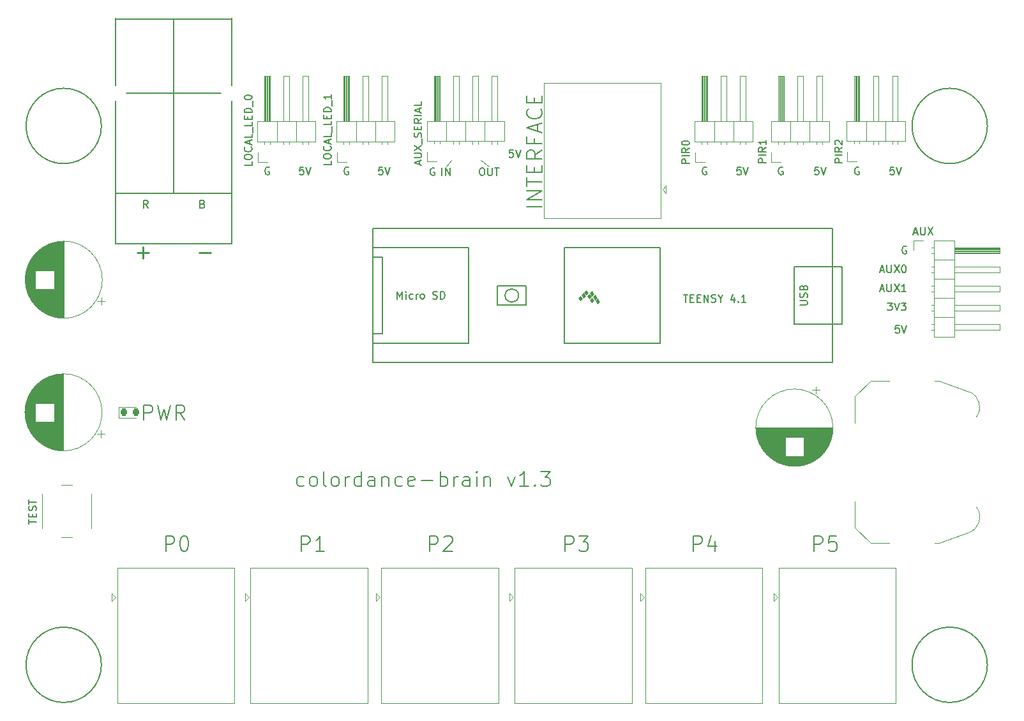
<source format=gto>
G04 #@! TF.GenerationSoftware,KiCad,Pcbnew,7.0.2-6a45011f42~172~ubuntu22.04.1*
G04 #@! TF.CreationDate,2023-05-13T08:30:53-06:00*
G04 #@! TF.ProjectId,colordance-brain,636f6c6f-7264-4616-9e63-652d62726169,rev?*
G04 #@! TF.SameCoordinates,Original*
G04 #@! TF.FileFunction,Legend,Top*
G04 #@! TF.FilePolarity,Positive*
%FSLAX46Y46*%
G04 Gerber Fmt 4.6, Leading zero omitted, Abs format (unit mm)*
G04 Created by KiCad (PCBNEW 7.0.2-6a45011f42~172~ubuntu22.04.1) date 2023-05-13 08:30:53*
%MOMM*%
%LPD*%
G01*
G04 APERTURE LIST*
G04 Aperture macros list*
%AMRoundRect*
0 Rectangle with rounded corners*
0 $1 Rounding radius*
0 $2 $3 $4 $5 $6 $7 $8 $9 X,Y pos of 4 corners*
0 Add a 4 corners polygon primitive as box body*
4,1,4,$2,$3,$4,$5,$6,$7,$8,$9,$2,$3,0*
0 Add four circle primitives for the rounded corners*
1,1,$1+$1,$2,$3*
1,1,$1+$1,$4,$5*
1,1,$1+$1,$6,$7*
1,1,$1+$1,$8,$9*
0 Add four rect primitives between the rounded corners*
20,1,$1+$1,$2,$3,$4,$5,0*
20,1,$1+$1,$4,$5,$6,$7,0*
20,1,$1+$1,$6,$7,$8,$9,0*
20,1,$1+$1,$8,$9,$2,$3,0*%
G04 Aperture macros list end*
%ADD10C,0.150000*%
%ADD11C,0.250000*%
%ADD12C,0.120000*%
%ADD13C,0.200000*%
%ADD14C,0.100000*%
%ADD15C,1.600000*%
%ADD16R,1.600000X1.600000*%
%ADD17O,6.030000X2.070000*%
%ADD18C,3.200000*%
%ADD19R,1.500000X1.500000*%
%ADD20C,1.500000*%
%ADD21RoundRect,0.218750X-0.218750X-0.256250X0.218750X-0.256250X0.218750X0.256250X-0.218750X0.256250X0*%
%ADD22R,1.700000X1.700000*%
%ADD23O,1.700000X1.700000*%
%ADD24C,5.200000*%
%ADD25R,5.080000X1.270000*%
%ADD26C,17.800000*%
%ADD27R,2.000000X2.000000*%
%ADD28C,2.000000*%
G04 APERTURE END LIST*
D10*
X103195238Y-74877619D02*
X103766666Y-74877619D01*
X103480952Y-75877619D02*
X103480952Y-74877619D01*
X104100000Y-75353809D02*
X104433333Y-75353809D01*
X104576190Y-75877619D02*
X104100000Y-75877619D01*
X104100000Y-75877619D02*
X104100000Y-74877619D01*
X104100000Y-74877619D02*
X104576190Y-74877619D01*
X105004762Y-75353809D02*
X105338095Y-75353809D01*
X105480952Y-75877619D02*
X105004762Y-75877619D01*
X105004762Y-75877619D02*
X105004762Y-74877619D01*
X105004762Y-74877619D02*
X105480952Y-74877619D01*
X105909524Y-75877619D02*
X105909524Y-74877619D01*
X105909524Y-74877619D02*
X106480952Y-75877619D01*
X106480952Y-75877619D02*
X106480952Y-74877619D01*
X106909524Y-75830000D02*
X107052381Y-75877619D01*
X107052381Y-75877619D02*
X107290476Y-75877619D01*
X107290476Y-75877619D02*
X107385714Y-75830000D01*
X107385714Y-75830000D02*
X107433333Y-75782380D01*
X107433333Y-75782380D02*
X107480952Y-75687142D01*
X107480952Y-75687142D02*
X107480952Y-75591904D01*
X107480952Y-75591904D02*
X107433333Y-75496666D01*
X107433333Y-75496666D02*
X107385714Y-75449047D01*
X107385714Y-75449047D02*
X107290476Y-75401428D01*
X107290476Y-75401428D02*
X107100000Y-75353809D01*
X107100000Y-75353809D02*
X107004762Y-75306190D01*
X107004762Y-75306190D02*
X106957143Y-75258571D01*
X106957143Y-75258571D02*
X106909524Y-75163333D01*
X106909524Y-75163333D02*
X106909524Y-75068095D01*
X106909524Y-75068095D02*
X106957143Y-74972857D01*
X106957143Y-74972857D02*
X107004762Y-74925238D01*
X107004762Y-74925238D02*
X107100000Y-74877619D01*
X107100000Y-74877619D02*
X107338095Y-74877619D01*
X107338095Y-74877619D02*
X107480952Y-74925238D01*
X108100000Y-75401428D02*
X108100000Y-75877619D01*
X107766667Y-74877619D02*
X108100000Y-75401428D01*
X108100000Y-75401428D02*
X108433333Y-74877619D01*
X109957143Y-75210952D02*
X109957143Y-75877619D01*
X109719048Y-74830000D02*
X109480953Y-75544285D01*
X109480953Y-75544285D02*
X110100000Y-75544285D01*
X110480953Y-75782380D02*
X110528572Y-75830000D01*
X110528572Y-75830000D02*
X110480953Y-75877619D01*
X110480953Y-75877619D02*
X110433334Y-75830000D01*
X110433334Y-75830000D02*
X110480953Y-75782380D01*
X110480953Y-75782380D02*
X110480953Y-75877619D01*
X111480952Y-75877619D02*
X110909524Y-75877619D01*
X111195238Y-75877619D02*
X111195238Y-74877619D01*
X111195238Y-74877619D02*
X111100000Y-75020476D01*
X111100000Y-75020476D02*
X111004762Y-75115714D01*
X111004762Y-75115714D02*
X110909524Y-75163333D01*
D11*
X38976190Y-69293333D02*
X40500000Y-69293333D01*
X30776190Y-69293333D02*
X32300000Y-69293333D01*
X31538095Y-70055238D02*
X31538095Y-68531428D01*
D12*
X71700000Y-57900000D02*
X72400000Y-57000000D01*
X77400000Y-57900000D02*
X76300000Y-57000000D01*
D13*
X34523809Y-108925238D02*
X34523809Y-106925238D01*
X34523809Y-106925238D02*
X35285714Y-106925238D01*
X35285714Y-106925238D02*
X35476190Y-107020476D01*
X35476190Y-107020476D02*
X35571428Y-107115714D01*
X35571428Y-107115714D02*
X35666666Y-107306190D01*
X35666666Y-107306190D02*
X35666666Y-107591904D01*
X35666666Y-107591904D02*
X35571428Y-107782380D01*
X35571428Y-107782380D02*
X35476190Y-107877619D01*
X35476190Y-107877619D02*
X35285714Y-107972857D01*
X35285714Y-107972857D02*
X34523809Y-107972857D01*
X36904761Y-106925238D02*
X37095238Y-106925238D01*
X37095238Y-106925238D02*
X37285714Y-107020476D01*
X37285714Y-107020476D02*
X37380952Y-107115714D01*
X37380952Y-107115714D02*
X37476190Y-107306190D01*
X37476190Y-107306190D02*
X37571428Y-107687142D01*
X37571428Y-107687142D02*
X37571428Y-108163333D01*
X37571428Y-108163333D02*
X37476190Y-108544285D01*
X37476190Y-108544285D02*
X37380952Y-108734761D01*
X37380952Y-108734761D02*
X37285714Y-108830000D01*
X37285714Y-108830000D02*
X37095238Y-108925238D01*
X37095238Y-108925238D02*
X36904761Y-108925238D01*
X36904761Y-108925238D02*
X36714285Y-108830000D01*
X36714285Y-108830000D02*
X36619047Y-108734761D01*
X36619047Y-108734761D02*
X36523809Y-108544285D01*
X36523809Y-108544285D02*
X36428571Y-108163333D01*
X36428571Y-108163333D02*
X36428571Y-107687142D01*
X36428571Y-107687142D02*
X36523809Y-107306190D01*
X36523809Y-107306190D02*
X36619047Y-107115714D01*
X36619047Y-107115714D02*
X36714285Y-107020476D01*
X36714285Y-107020476D02*
X36904761Y-106925238D01*
X52523809Y-108925238D02*
X52523809Y-106925238D01*
X52523809Y-106925238D02*
X53285714Y-106925238D01*
X53285714Y-106925238D02*
X53476190Y-107020476D01*
X53476190Y-107020476D02*
X53571428Y-107115714D01*
X53571428Y-107115714D02*
X53666666Y-107306190D01*
X53666666Y-107306190D02*
X53666666Y-107591904D01*
X53666666Y-107591904D02*
X53571428Y-107782380D01*
X53571428Y-107782380D02*
X53476190Y-107877619D01*
X53476190Y-107877619D02*
X53285714Y-107972857D01*
X53285714Y-107972857D02*
X52523809Y-107972857D01*
X55571428Y-108925238D02*
X54428571Y-108925238D01*
X54999999Y-108925238D02*
X54999999Y-106925238D01*
X54999999Y-106925238D02*
X54809523Y-107210952D01*
X54809523Y-107210952D02*
X54619047Y-107401428D01*
X54619047Y-107401428D02*
X54428571Y-107496666D01*
X69523809Y-108925238D02*
X69523809Y-106925238D01*
X69523809Y-106925238D02*
X70285714Y-106925238D01*
X70285714Y-106925238D02*
X70476190Y-107020476D01*
X70476190Y-107020476D02*
X70571428Y-107115714D01*
X70571428Y-107115714D02*
X70666666Y-107306190D01*
X70666666Y-107306190D02*
X70666666Y-107591904D01*
X70666666Y-107591904D02*
X70571428Y-107782380D01*
X70571428Y-107782380D02*
X70476190Y-107877619D01*
X70476190Y-107877619D02*
X70285714Y-107972857D01*
X70285714Y-107972857D02*
X69523809Y-107972857D01*
X71428571Y-107115714D02*
X71523809Y-107020476D01*
X71523809Y-107020476D02*
X71714285Y-106925238D01*
X71714285Y-106925238D02*
X72190476Y-106925238D01*
X72190476Y-106925238D02*
X72380952Y-107020476D01*
X72380952Y-107020476D02*
X72476190Y-107115714D01*
X72476190Y-107115714D02*
X72571428Y-107306190D01*
X72571428Y-107306190D02*
X72571428Y-107496666D01*
X72571428Y-107496666D02*
X72476190Y-107782380D01*
X72476190Y-107782380D02*
X71333333Y-108925238D01*
X71333333Y-108925238D02*
X72571428Y-108925238D01*
X87523809Y-108925238D02*
X87523809Y-106925238D01*
X87523809Y-106925238D02*
X88285714Y-106925238D01*
X88285714Y-106925238D02*
X88476190Y-107020476D01*
X88476190Y-107020476D02*
X88571428Y-107115714D01*
X88571428Y-107115714D02*
X88666666Y-107306190D01*
X88666666Y-107306190D02*
X88666666Y-107591904D01*
X88666666Y-107591904D02*
X88571428Y-107782380D01*
X88571428Y-107782380D02*
X88476190Y-107877619D01*
X88476190Y-107877619D02*
X88285714Y-107972857D01*
X88285714Y-107972857D02*
X87523809Y-107972857D01*
X89333333Y-106925238D02*
X90571428Y-106925238D01*
X90571428Y-106925238D02*
X89904761Y-107687142D01*
X89904761Y-107687142D02*
X90190476Y-107687142D01*
X90190476Y-107687142D02*
X90380952Y-107782380D01*
X90380952Y-107782380D02*
X90476190Y-107877619D01*
X90476190Y-107877619D02*
X90571428Y-108068095D01*
X90571428Y-108068095D02*
X90571428Y-108544285D01*
X90571428Y-108544285D02*
X90476190Y-108734761D01*
X90476190Y-108734761D02*
X90380952Y-108830000D01*
X90380952Y-108830000D02*
X90190476Y-108925238D01*
X90190476Y-108925238D02*
X89619047Y-108925238D01*
X89619047Y-108925238D02*
X89428571Y-108830000D01*
X89428571Y-108830000D02*
X89333333Y-108734761D01*
X104523809Y-108925238D02*
X104523809Y-106925238D01*
X104523809Y-106925238D02*
X105285714Y-106925238D01*
X105285714Y-106925238D02*
X105476190Y-107020476D01*
X105476190Y-107020476D02*
X105571428Y-107115714D01*
X105571428Y-107115714D02*
X105666666Y-107306190D01*
X105666666Y-107306190D02*
X105666666Y-107591904D01*
X105666666Y-107591904D02*
X105571428Y-107782380D01*
X105571428Y-107782380D02*
X105476190Y-107877619D01*
X105476190Y-107877619D02*
X105285714Y-107972857D01*
X105285714Y-107972857D02*
X104523809Y-107972857D01*
X107380952Y-107591904D02*
X107380952Y-108925238D01*
X106904761Y-106830000D02*
X106428571Y-108258571D01*
X106428571Y-108258571D02*
X107666666Y-108258571D01*
X120523809Y-108925238D02*
X120523809Y-106925238D01*
X120523809Y-106925238D02*
X121285714Y-106925238D01*
X121285714Y-106925238D02*
X121476190Y-107020476D01*
X121476190Y-107020476D02*
X121571428Y-107115714D01*
X121571428Y-107115714D02*
X121666666Y-107306190D01*
X121666666Y-107306190D02*
X121666666Y-107591904D01*
X121666666Y-107591904D02*
X121571428Y-107782380D01*
X121571428Y-107782380D02*
X121476190Y-107877619D01*
X121476190Y-107877619D02*
X121285714Y-107972857D01*
X121285714Y-107972857D02*
X120523809Y-107972857D01*
X123476190Y-106925238D02*
X122523809Y-106925238D01*
X122523809Y-106925238D02*
X122428571Y-107877619D01*
X122428571Y-107877619D02*
X122523809Y-107782380D01*
X122523809Y-107782380D02*
X122714285Y-107687142D01*
X122714285Y-107687142D02*
X123190476Y-107687142D01*
X123190476Y-107687142D02*
X123380952Y-107782380D01*
X123380952Y-107782380D02*
X123476190Y-107877619D01*
X123476190Y-107877619D02*
X123571428Y-108068095D01*
X123571428Y-108068095D02*
X123571428Y-108544285D01*
X123571428Y-108544285D02*
X123476190Y-108734761D01*
X123476190Y-108734761D02*
X123380952Y-108830000D01*
X123380952Y-108830000D02*
X123190476Y-108925238D01*
X123190476Y-108925238D02*
X122714285Y-108925238D01*
X122714285Y-108925238D02*
X122523809Y-108830000D01*
X122523809Y-108830000D02*
X122428571Y-108734761D01*
D10*
X56462619Y-57142857D02*
X56462619Y-57619047D01*
X56462619Y-57619047D02*
X55462619Y-57619047D01*
X55462619Y-56619047D02*
X55462619Y-56428571D01*
X55462619Y-56428571D02*
X55510238Y-56333333D01*
X55510238Y-56333333D02*
X55605476Y-56238095D01*
X55605476Y-56238095D02*
X55795952Y-56190476D01*
X55795952Y-56190476D02*
X56129285Y-56190476D01*
X56129285Y-56190476D02*
X56319761Y-56238095D01*
X56319761Y-56238095D02*
X56415000Y-56333333D01*
X56415000Y-56333333D02*
X56462619Y-56428571D01*
X56462619Y-56428571D02*
X56462619Y-56619047D01*
X56462619Y-56619047D02*
X56415000Y-56714285D01*
X56415000Y-56714285D02*
X56319761Y-56809523D01*
X56319761Y-56809523D02*
X56129285Y-56857142D01*
X56129285Y-56857142D02*
X55795952Y-56857142D01*
X55795952Y-56857142D02*
X55605476Y-56809523D01*
X55605476Y-56809523D02*
X55510238Y-56714285D01*
X55510238Y-56714285D02*
X55462619Y-56619047D01*
X56367380Y-55190476D02*
X56415000Y-55238095D01*
X56415000Y-55238095D02*
X56462619Y-55380952D01*
X56462619Y-55380952D02*
X56462619Y-55476190D01*
X56462619Y-55476190D02*
X56415000Y-55619047D01*
X56415000Y-55619047D02*
X56319761Y-55714285D01*
X56319761Y-55714285D02*
X56224523Y-55761904D01*
X56224523Y-55761904D02*
X56034047Y-55809523D01*
X56034047Y-55809523D02*
X55891190Y-55809523D01*
X55891190Y-55809523D02*
X55700714Y-55761904D01*
X55700714Y-55761904D02*
X55605476Y-55714285D01*
X55605476Y-55714285D02*
X55510238Y-55619047D01*
X55510238Y-55619047D02*
X55462619Y-55476190D01*
X55462619Y-55476190D02*
X55462619Y-55380952D01*
X55462619Y-55380952D02*
X55510238Y-55238095D01*
X55510238Y-55238095D02*
X55557857Y-55190476D01*
X56176904Y-54809523D02*
X56176904Y-54333333D01*
X56462619Y-54904761D02*
X55462619Y-54571428D01*
X55462619Y-54571428D02*
X56462619Y-54238095D01*
X56462619Y-53428571D02*
X56462619Y-53904761D01*
X56462619Y-53904761D02*
X55462619Y-53904761D01*
X56557857Y-53333333D02*
X56557857Y-52571428D01*
X56462619Y-51857142D02*
X56462619Y-52333332D01*
X56462619Y-52333332D02*
X55462619Y-52333332D01*
X55938809Y-51523808D02*
X55938809Y-51190475D01*
X56462619Y-51047618D02*
X56462619Y-51523808D01*
X56462619Y-51523808D02*
X55462619Y-51523808D01*
X55462619Y-51523808D02*
X55462619Y-51047618D01*
X56462619Y-50619046D02*
X55462619Y-50619046D01*
X55462619Y-50619046D02*
X55462619Y-50380951D01*
X55462619Y-50380951D02*
X55510238Y-50238094D01*
X55510238Y-50238094D02*
X55605476Y-50142856D01*
X55605476Y-50142856D02*
X55700714Y-50095237D01*
X55700714Y-50095237D02*
X55891190Y-50047618D01*
X55891190Y-50047618D02*
X56034047Y-50047618D01*
X56034047Y-50047618D02*
X56224523Y-50095237D01*
X56224523Y-50095237D02*
X56319761Y-50142856D01*
X56319761Y-50142856D02*
X56415000Y-50238094D01*
X56415000Y-50238094D02*
X56462619Y-50380951D01*
X56462619Y-50380951D02*
X56462619Y-50619046D01*
X56557857Y-49857142D02*
X56557857Y-49095237D01*
X56462619Y-48333332D02*
X56462619Y-48904760D01*
X56462619Y-48619046D02*
X55462619Y-48619046D01*
X55462619Y-48619046D02*
X55605476Y-48714284D01*
X55605476Y-48714284D02*
X55700714Y-48809522D01*
X55700714Y-48809522D02*
X55748333Y-48904760D01*
X58761904Y-58010238D02*
X58666666Y-57962619D01*
X58666666Y-57962619D02*
X58523809Y-57962619D01*
X58523809Y-57962619D02*
X58380952Y-58010238D01*
X58380952Y-58010238D02*
X58285714Y-58105476D01*
X58285714Y-58105476D02*
X58238095Y-58200714D01*
X58238095Y-58200714D02*
X58190476Y-58391190D01*
X58190476Y-58391190D02*
X58190476Y-58534047D01*
X58190476Y-58534047D02*
X58238095Y-58724523D01*
X58238095Y-58724523D02*
X58285714Y-58819761D01*
X58285714Y-58819761D02*
X58380952Y-58915000D01*
X58380952Y-58915000D02*
X58523809Y-58962619D01*
X58523809Y-58962619D02*
X58619047Y-58962619D01*
X58619047Y-58962619D02*
X58761904Y-58915000D01*
X58761904Y-58915000D02*
X58809523Y-58867380D01*
X58809523Y-58867380D02*
X58809523Y-58534047D01*
X58809523Y-58534047D02*
X58619047Y-58534047D01*
X63309523Y-57962619D02*
X62833333Y-57962619D01*
X62833333Y-57962619D02*
X62785714Y-58438809D01*
X62785714Y-58438809D02*
X62833333Y-58391190D01*
X62833333Y-58391190D02*
X62928571Y-58343571D01*
X62928571Y-58343571D02*
X63166666Y-58343571D01*
X63166666Y-58343571D02*
X63261904Y-58391190D01*
X63261904Y-58391190D02*
X63309523Y-58438809D01*
X63309523Y-58438809D02*
X63357142Y-58534047D01*
X63357142Y-58534047D02*
X63357142Y-58772142D01*
X63357142Y-58772142D02*
X63309523Y-58867380D01*
X63309523Y-58867380D02*
X63261904Y-58915000D01*
X63261904Y-58915000D02*
X63166666Y-58962619D01*
X63166666Y-58962619D02*
X62928571Y-58962619D01*
X62928571Y-58962619D02*
X62833333Y-58915000D01*
X62833333Y-58915000D02*
X62785714Y-58867380D01*
X63642857Y-57962619D02*
X63976190Y-58962619D01*
X63976190Y-58962619D02*
X64309523Y-57962619D01*
X106261904Y-58010238D02*
X106166666Y-57962619D01*
X106166666Y-57962619D02*
X106023809Y-57962619D01*
X106023809Y-57962619D02*
X105880952Y-58010238D01*
X105880952Y-58010238D02*
X105785714Y-58105476D01*
X105785714Y-58105476D02*
X105738095Y-58200714D01*
X105738095Y-58200714D02*
X105690476Y-58391190D01*
X105690476Y-58391190D02*
X105690476Y-58534047D01*
X105690476Y-58534047D02*
X105738095Y-58724523D01*
X105738095Y-58724523D02*
X105785714Y-58819761D01*
X105785714Y-58819761D02*
X105880952Y-58915000D01*
X105880952Y-58915000D02*
X106023809Y-58962619D01*
X106023809Y-58962619D02*
X106119047Y-58962619D01*
X106119047Y-58962619D02*
X106261904Y-58915000D01*
X106261904Y-58915000D02*
X106309523Y-58867380D01*
X106309523Y-58867380D02*
X106309523Y-58534047D01*
X106309523Y-58534047D02*
X106119047Y-58534047D01*
X126461904Y-58010238D02*
X126366666Y-57962619D01*
X126366666Y-57962619D02*
X126223809Y-57962619D01*
X126223809Y-57962619D02*
X126080952Y-58010238D01*
X126080952Y-58010238D02*
X125985714Y-58105476D01*
X125985714Y-58105476D02*
X125938095Y-58200714D01*
X125938095Y-58200714D02*
X125890476Y-58391190D01*
X125890476Y-58391190D02*
X125890476Y-58534047D01*
X125890476Y-58534047D02*
X125938095Y-58724523D01*
X125938095Y-58724523D02*
X125985714Y-58819761D01*
X125985714Y-58819761D02*
X126080952Y-58915000D01*
X126080952Y-58915000D02*
X126223809Y-58962619D01*
X126223809Y-58962619D02*
X126319047Y-58962619D01*
X126319047Y-58962619D02*
X126461904Y-58915000D01*
X126461904Y-58915000D02*
X126509523Y-58867380D01*
X126509523Y-58867380D02*
X126509523Y-58534047D01*
X126509523Y-58534047D02*
X126319047Y-58534047D01*
X110809523Y-57962619D02*
X110333333Y-57962619D01*
X110333333Y-57962619D02*
X110285714Y-58438809D01*
X110285714Y-58438809D02*
X110333333Y-58391190D01*
X110333333Y-58391190D02*
X110428571Y-58343571D01*
X110428571Y-58343571D02*
X110666666Y-58343571D01*
X110666666Y-58343571D02*
X110761904Y-58391190D01*
X110761904Y-58391190D02*
X110809523Y-58438809D01*
X110809523Y-58438809D02*
X110857142Y-58534047D01*
X110857142Y-58534047D02*
X110857142Y-58772142D01*
X110857142Y-58772142D02*
X110809523Y-58867380D01*
X110809523Y-58867380D02*
X110761904Y-58915000D01*
X110761904Y-58915000D02*
X110666666Y-58962619D01*
X110666666Y-58962619D02*
X110428571Y-58962619D01*
X110428571Y-58962619D02*
X110333333Y-58915000D01*
X110333333Y-58915000D02*
X110285714Y-58867380D01*
X111142857Y-57962619D02*
X111476190Y-58962619D01*
X111476190Y-58962619D02*
X111809523Y-57962619D01*
X131109523Y-57962619D02*
X130633333Y-57962619D01*
X130633333Y-57962619D02*
X130585714Y-58438809D01*
X130585714Y-58438809D02*
X130633333Y-58391190D01*
X130633333Y-58391190D02*
X130728571Y-58343571D01*
X130728571Y-58343571D02*
X130966666Y-58343571D01*
X130966666Y-58343571D02*
X131061904Y-58391190D01*
X131061904Y-58391190D02*
X131109523Y-58438809D01*
X131109523Y-58438809D02*
X131157142Y-58534047D01*
X131157142Y-58534047D02*
X131157142Y-58772142D01*
X131157142Y-58772142D02*
X131109523Y-58867380D01*
X131109523Y-58867380D02*
X131061904Y-58915000D01*
X131061904Y-58915000D02*
X130966666Y-58962619D01*
X130966666Y-58962619D02*
X130728571Y-58962619D01*
X130728571Y-58962619D02*
X130633333Y-58915000D01*
X130633333Y-58915000D02*
X130585714Y-58867380D01*
X131442857Y-57962619D02*
X131776190Y-58962619D01*
X131776190Y-58962619D02*
X132109523Y-57962619D01*
X131809523Y-78962619D02*
X131333333Y-78962619D01*
X131333333Y-78962619D02*
X131285714Y-79438809D01*
X131285714Y-79438809D02*
X131333333Y-79391190D01*
X131333333Y-79391190D02*
X131428571Y-79343571D01*
X131428571Y-79343571D02*
X131666666Y-79343571D01*
X131666666Y-79343571D02*
X131761904Y-79391190D01*
X131761904Y-79391190D02*
X131809523Y-79438809D01*
X131809523Y-79438809D02*
X131857142Y-79534047D01*
X131857142Y-79534047D02*
X131857142Y-79772142D01*
X131857142Y-79772142D02*
X131809523Y-79867380D01*
X131809523Y-79867380D02*
X131761904Y-79915000D01*
X131761904Y-79915000D02*
X131666666Y-79962619D01*
X131666666Y-79962619D02*
X131428571Y-79962619D01*
X131428571Y-79962619D02*
X131333333Y-79915000D01*
X131333333Y-79915000D02*
X131285714Y-79867380D01*
X132142857Y-78962619D02*
X132476190Y-79962619D01*
X132476190Y-79962619D02*
X132809523Y-78962619D01*
X132761904Y-68510238D02*
X132666666Y-68462619D01*
X132666666Y-68462619D02*
X132523809Y-68462619D01*
X132523809Y-68462619D02*
X132380952Y-68510238D01*
X132380952Y-68510238D02*
X132285714Y-68605476D01*
X132285714Y-68605476D02*
X132238095Y-68700714D01*
X132238095Y-68700714D02*
X132190476Y-68891190D01*
X132190476Y-68891190D02*
X132190476Y-69034047D01*
X132190476Y-69034047D02*
X132238095Y-69224523D01*
X132238095Y-69224523D02*
X132285714Y-69319761D01*
X132285714Y-69319761D02*
X132380952Y-69415000D01*
X132380952Y-69415000D02*
X132523809Y-69462619D01*
X132523809Y-69462619D02*
X132619047Y-69462619D01*
X132619047Y-69462619D02*
X132761904Y-69415000D01*
X132761904Y-69415000D02*
X132809523Y-69367380D01*
X132809523Y-69367380D02*
X132809523Y-69034047D01*
X132809523Y-69034047D02*
X132619047Y-69034047D01*
X133761905Y-66676904D02*
X134238095Y-66676904D01*
X133666667Y-66962619D02*
X134000000Y-65962619D01*
X134000000Y-65962619D02*
X134333333Y-66962619D01*
X134666667Y-65962619D02*
X134666667Y-66772142D01*
X134666667Y-66772142D02*
X134714286Y-66867380D01*
X134714286Y-66867380D02*
X134761905Y-66915000D01*
X134761905Y-66915000D02*
X134857143Y-66962619D01*
X134857143Y-66962619D02*
X135047619Y-66962619D01*
X135047619Y-66962619D02*
X135142857Y-66915000D01*
X135142857Y-66915000D02*
X135190476Y-66867380D01*
X135190476Y-66867380D02*
X135238095Y-66772142D01*
X135238095Y-66772142D02*
X135238095Y-65962619D01*
X135619048Y-65962619D02*
X136285714Y-66962619D01*
X136285714Y-65962619D02*
X135619048Y-66962619D01*
X80609523Y-55662619D02*
X80133333Y-55662619D01*
X80133333Y-55662619D02*
X80085714Y-56138809D01*
X80085714Y-56138809D02*
X80133333Y-56091190D01*
X80133333Y-56091190D02*
X80228571Y-56043571D01*
X80228571Y-56043571D02*
X80466666Y-56043571D01*
X80466666Y-56043571D02*
X80561904Y-56091190D01*
X80561904Y-56091190D02*
X80609523Y-56138809D01*
X80609523Y-56138809D02*
X80657142Y-56234047D01*
X80657142Y-56234047D02*
X80657142Y-56472142D01*
X80657142Y-56472142D02*
X80609523Y-56567380D01*
X80609523Y-56567380D02*
X80561904Y-56615000D01*
X80561904Y-56615000D02*
X80466666Y-56662619D01*
X80466666Y-56662619D02*
X80228571Y-56662619D01*
X80228571Y-56662619D02*
X80133333Y-56615000D01*
X80133333Y-56615000D02*
X80085714Y-56567380D01*
X80942857Y-55662619D02*
X81276190Y-56662619D01*
X81276190Y-56662619D02*
X81609523Y-55662619D01*
X129285714Y-71676904D02*
X129761904Y-71676904D01*
X129190476Y-71962619D02*
X129523809Y-70962619D01*
X129523809Y-70962619D02*
X129857142Y-71962619D01*
X130190476Y-70962619D02*
X130190476Y-71772142D01*
X130190476Y-71772142D02*
X130238095Y-71867380D01*
X130238095Y-71867380D02*
X130285714Y-71915000D01*
X130285714Y-71915000D02*
X130380952Y-71962619D01*
X130380952Y-71962619D02*
X130571428Y-71962619D01*
X130571428Y-71962619D02*
X130666666Y-71915000D01*
X130666666Y-71915000D02*
X130714285Y-71867380D01*
X130714285Y-71867380D02*
X130761904Y-71772142D01*
X130761904Y-71772142D02*
X130761904Y-70962619D01*
X131142857Y-70962619D02*
X131809523Y-71962619D01*
X131809523Y-70962619D02*
X131142857Y-71962619D01*
X132380952Y-70962619D02*
X132476190Y-70962619D01*
X132476190Y-70962619D02*
X132571428Y-71010238D01*
X132571428Y-71010238D02*
X132619047Y-71057857D01*
X132619047Y-71057857D02*
X132666666Y-71153095D01*
X132666666Y-71153095D02*
X132714285Y-71343571D01*
X132714285Y-71343571D02*
X132714285Y-71581666D01*
X132714285Y-71581666D02*
X132666666Y-71772142D01*
X132666666Y-71772142D02*
X132619047Y-71867380D01*
X132619047Y-71867380D02*
X132571428Y-71915000D01*
X132571428Y-71915000D02*
X132476190Y-71962619D01*
X132476190Y-71962619D02*
X132380952Y-71962619D01*
X132380952Y-71962619D02*
X132285714Y-71915000D01*
X132285714Y-71915000D02*
X132238095Y-71867380D01*
X132238095Y-71867380D02*
X132190476Y-71772142D01*
X132190476Y-71772142D02*
X132142857Y-71581666D01*
X132142857Y-71581666D02*
X132142857Y-71343571D01*
X132142857Y-71343571D02*
X132190476Y-71153095D01*
X132190476Y-71153095D02*
X132238095Y-71057857D01*
X132238095Y-71057857D02*
X132285714Y-71010238D01*
X132285714Y-71010238D02*
X132380952Y-70962619D01*
X124262619Y-57376189D02*
X123262619Y-57376189D01*
X123262619Y-57376189D02*
X123262619Y-56995237D01*
X123262619Y-56995237D02*
X123310238Y-56899999D01*
X123310238Y-56899999D02*
X123357857Y-56852380D01*
X123357857Y-56852380D02*
X123453095Y-56804761D01*
X123453095Y-56804761D02*
X123595952Y-56804761D01*
X123595952Y-56804761D02*
X123691190Y-56852380D01*
X123691190Y-56852380D02*
X123738809Y-56899999D01*
X123738809Y-56899999D02*
X123786428Y-56995237D01*
X123786428Y-56995237D02*
X123786428Y-57376189D01*
X124262619Y-56376189D02*
X123262619Y-56376189D01*
X124262619Y-55328571D02*
X123786428Y-55661904D01*
X124262619Y-55899999D02*
X123262619Y-55899999D01*
X123262619Y-55899999D02*
X123262619Y-55519047D01*
X123262619Y-55519047D02*
X123310238Y-55423809D01*
X123310238Y-55423809D02*
X123357857Y-55376190D01*
X123357857Y-55376190D02*
X123453095Y-55328571D01*
X123453095Y-55328571D02*
X123595952Y-55328571D01*
X123595952Y-55328571D02*
X123691190Y-55376190D01*
X123691190Y-55376190D02*
X123738809Y-55423809D01*
X123738809Y-55423809D02*
X123786428Y-55519047D01*
X123786428Y-55519047D02*
X123786428Y-55899999D01*
X123357857Y-54947618D02*
X123310238Y-54899999D01*
X123310238Y-54899999D02*
X123262619Y-54804761D01*
X123262619Y-54804761D02*
X123262619Y-54566666D01*
X123262619Y-54566666D02*
X123310238Y-54471428D01*
X123310238Y-54471428D02*
X123357857Y-54423809D01*
X123357857Y-54423809D02*
X123453095Y-54376190D01*
X123453095Y-54376190D02*
X123548333Y-54376190D01*
X123548333Y-54376190D02*
X123691190Y-54423809D01*
X123691190Y-54423809D02*
X124262619Y-54995237D01*
X124262619Y-54995237D02*
X124262619Y-54376190D01*
X129285714Y-74176904D02*
X129761904Y-74176904D01*
X129190476Y-74462619D02*
X129523809Y-73462619D01*
X129523809Y-73462619D02*
X129857142Y-74462619D01*
X130190476Y-73462619D02*
X130190476Y-74272142D01*
X130190476Y-74272142D02*
X130238095Y-74367380D01*
X130238095Y-74367380D02*
X130285714Y-74415000D01*
X130285714Y-74415000D02*
X130380952Y-74462619D01*
X130380952Y-74462619D02*
X130571428Y-74462619D01*
X130571428Y-74462619D02*
X130666666Y-74415000D01*
X130666666Y-74415000D02*
X130714285Y-74367380D01*
X130714285Y-74367380D02*
X130761904Y-74272142D01*
X130761904Y-74272142D02*
X130761904Y-73462619D01*
X131142857Y-73462619D02*
X131809523Y-74462619D01*
X131809523Y-73462619D02*
X131142857Y-74462619D01*
X132714285Y-74462619D02*
X132142857Y-74462619D01*
X132428571Y-74462619D02*
X132428571Y-73462619D01*
X132428571Y-73462619D02*
X132333333Y-73605476D01*
X132333333Y-73605476D02*
X132238095Y-73700714D01*
X132238095Y-73700714D02*
X132142857Y-73748333D01*
X48261904Y-58010238D02*
X48166666Y-57962619D01*
X48166666Y-57962619D02*
X48023809Y-57962619D01*
X48023809Y-57962619D02*
X47880952Y-58010238D01*
X47880952Y-58010238D02*
X47785714Y-58105476D01*
X47785714Y-58105476D02*
X47738095Y-58200714D01*
X47738095Y-58200714D02*
X47690476Y-58391190D01*
X47690476Y-58391190D02*
X47690476Y-58534047D01*
X47690476Y-58534047D02*
X47738095Y-58724523D01*
X47738095Y-58724523D02*
X47785714Y-58819761D01*
X47785714Y-58819761D02*
X47880952Y-58915000D01*
X47880952Y-58915000D02*
X48023809Y-58962619D01*
X48023809Y-58962619D02*
X48119047Y-58962619D01*
X48119047Y-58962619D02*
X48261904Y-58915000D01*
X48261904Y-58915000D02*
X48309523Y-58867380D01*
X48309523Y-58867380D02*
X48309523Y-58534047D01*
X48309523Y-58534047D02*
X48119047Y-58534047D01*
X116361904Y-58010238D02*
X116266666Y-57962619D01*
X116266666Y-57962619D02*
X116123809Y-57962619D01*
X116123809Y-57962619D02*
X115980952Y-58010238D01*
X115980952Y-58010238D02*
X115885714Y-58105476D01*
X115885714Y-58105476D02*
X115838095Y-58200714D01*
X115838095Y-58200714D02*
X115790476Y-58391190D01*
X115790476Y-58391190D02*
X115790476Y-58534047D01*
X115790476Y-58534047D02*
X115838095Y-58724523D01*
X115838095Y-58724523D02*
X115885714Y-58819761D01*
X115885714Y-58819761D02*
X115980952Y-58915000D01*
X115980952Y-58915000D02*
X116123809Y-58962619D01*
X116123809Y-58962619D02*
X116219047Y-58962619D01*
X116219047Y-58962619D02*
X116361904Y-58915000D01*
X116361904Y-58915000D02*
X116409523Y-58867380D01*
X116409523Y-58867380D02*
X116409523Y-58534047D01*
X116409523Y-58534047D02*
X116219047Y-58534047D01*
X114162619Y-57376189D02*
X113162619Y-57376189D01*
X113162619Y-57376189D02*
X113162619Y-56995237D01*
X113162619Y-56995237D02*
X113210238Y-56899999D01*
X113210238Y-56899999D02*
X113257857Y-56852380D01*
X113257857Y-56852380D02*
X113353095Y-56804761D01*
X113353095Y-56804761D02*
X113495952Y-56804761D01*
X113495952Y-56804761D02*
X113591190Y-56852380D01*
X113591190Y-56852380D02*
X113638809Y-56899999D01*
X113638809Y-56899999D02*
X113686428Y-56995237D01*
X113686428Y-56995237D02*
X113686428Y-57376189D01*
X114162619Y-56376189D02*
X113162619Y-56376189D01*
X114162619Y-55328571D02*
X113686428Y-55661904D01*
X114162619Y-55899999D02*
X113162619Y-55899999D01*
X113162619Y-55899999D02*
X113162619Y-55519047D01*
X113162619Y-55519047D02*
X113210238Y-55423809D01*
X113210238Y-55423809D02*
X113257857Y-55376190D01*
X113257857Y-55376190D02*
X113353095Y-55328571D01*
X113353095Y-55328571D02*
X113495952Y-55328571D01*
X113495952Y-55328571D02*
X113591190Y-55376190D01*
X113591190Y-55376190D02*
X113638809Y-55423809D01*
X113638809Y-55423809D02*
X113686428Y-55519047D01*
X113686428Y-55519047D02*
X113686428Y-55899999D01*
X114162619Y-54376190D02*
X114162619Y-54947618D01*
X114162619Y-54661904D02*
X113162619Y-54661904D01*
X113162619Y-54661904D02*
X113305476Y-54757142D01*
X113305476Y-54757142D02*
X113400714Y-54852380D01*
X113400714Y-54852380D02*
X113448333Y-54947618D01*
X16362619Y-105295237D02*
X16362619Y-104723809D01*
X17362619Y-105009523D02*
X16362619Y-105009523D01*
X16838809Y-104390475D02*
X16838809Y-104057142D01*
X17362619Y-103914285D02*
X17362619Y-104390475D01*
X17362619Y-104390475D02*
X16362619Y-104390475D01*
X16362619Y-104390475D02*
X16362619Y-103914285D01*
X17315000Y-103533332D02*
X17362619Y-103390475D01*
X17362619Y-103390475D02*
X17362619Y-103152380D01*
X17362619Y-103152380D02*
X17315000Y-103057142D01*
X17315000Y-103057142D02*
X17267380Y-103009523D01*
X17267380Y-103009523D02*
X17172142Y-102961904D01*
X17172142Y-102961904D02*
X17076904Y-102961904D01*
X17076904Y-102961904D02*
X16981666Y-103009523D01*
X16981666Y-103009523D02*
X16934047Y-103057142D01*
X16934047Y-103057142D02*
X16886428Y-103152380D01*
X16886428Y-103152380D02*
X16838809Y-103342856D01*
X16838809Y-103342856D02*
X16791190Y-103438094D01*
X16791190Y-103438094D02*
X16743571Y-103485713D01*
X16743571Y-103485713D02*
X16648333Y-103533332D01*
X16648333Y-103533332D02*
X16553095Y-103533332D01*
X16553095Y-103533332D02*
X16457857Y-103485713D01*
X16457857Y-103485713D02*
X16410238Y-103438094D01*
X16410238Y-103438094D02*
X16362619Y-103342856D01*
X16362619Y-103342856D02*
X16362619Y-103104761D01*
X16362619Y-103104761D02*
X16410238Y-102961904D01*
X16362619Y-102676189D02*
X16362619Y-102104761D01*
X17362619Y-102390475D02*
X16362619Y-102390475D01*
D13*
X31633333Y-91525238D02*
X31633333Y-89525238D01*
X31633333Y-89525238D02*
X32395238Y-89525238D01*
X32395238Y-89525238D02*
X32585714Y-89620476D01*
X32585714Y-89620476D02*
X32680952Y-89715714D01*
X32680952Y-89715714D02*
X32776190Y-89906190D01*
X32776190Y-89906190D02*
X32776190Y-90191904D01*
X32776190Y-90191904D02*
X32680952Y-90382380D01*
X32680952Y-90382380D02*
X32585714Y-90477619D01*
X32585714Y-90477619D02*
X32395238Y-90572857D01*
X32395238Y-90572857D02*
X31633333Y-90572857D01*
X33442857Y-89525238D02*
X33919047Y-91525238D01*
X33919047Y-91525238D02*
X34300000Y-90096666D01*
X34300000Y-90096666D02*
X34680952Y-91525238D01*
X34680952Y-91525238D02*
X35157143Y-89525238D01*
X37061904Y-91525238D02*
X36395237Y-90572857D01*
X35919047Y-91525238D02*
X35919047Y-89525238D01*
X35919047Y-89525238D02*
X36680952Y-89525238D01*
X36680952Y-89525238D02*
X36871428Y-89620476D01*
X36871428Y-89620476D02*
X36966666Y-89715714D01*
X36966666Y-89715714D02*
X37061904Y-89906190D01*
X37061904Y-89906190D02*
X37061904Y-90191904D01*
X37061904Y-90191904D02*
X36966666Y-90382380D01*
X36966666Y-90382380D02*
X36871428Y-90477619D01*
X36871428Y-90477619D02*
X36680952Y-90572857D01*
X36680952Y-90572857D02*
X35919047Y-90572857D01*
D10*
X70161904Y-58110238D02*
X70066666Y-58062619D01*
X70066666Y-58062619D02*
X69923809Y-58062619D01*
X69923809Y-58062619D02*
X69780952Y-58110238D01*
X69780952Y-58110238D02*
X69685714Y-58205476D01*
X69685714Y-58205476D02*
X69638095Y-58300714D01*
X69638095Y-58300714D02*
X69590476Y-58491190D01*
X69590476Y-58491190D02*
X69590476Y-58634047D01*
X69590476Y-58634047D02*
X69638095Y-58824523D01*
X69638095Y-58824523D02*
X69685714Y-58919761D01*
X69685714Y-58919761D02*
X69780952Y-59015000D01*
X69780952Y-59015000D02*
X69923809Y-59062619D01*
X69923809Y-59062619D02*
X70019047Y-59062619D01*
X70019047Y-59062619D02*
X70161904Y-59015000D01*
X70161904Y-59015000D02*
X70209523Y-58967380D01*
X70209523Y-58967380D02*
X70209523Y-58634047D01*
X70209523Y-58634047D02*
X70019047Y-58634047D01*
X68176904Y-57609523D02*
X68176904Y-57133333D01*
X68462619Y-57704761D02*
X67462619Y-57371428D01*
X67462619Y-57371428D02*
X68462619Y-57038095D01*
X67462619Y-56704761D02*
X68272142Y-56704761D01*
X68272142Y-56704761D02*
X68367380Y-56657142D01*
X68367380Y-56657142D02*
X68415000Y-56609523D01*
X68415000Y-56609523D02*
X68462619Y-56514285D01*
X68462619Y-56514285D02*
X68462619Y-56323809D01*
X68462619Y-56323809D02*
X68415000Y-56228571D01*
X68415000Y-56228571D02*
X68367380Y-56180952D01*
X68367380Y-56180952D02*
X68272142Y-56133333D01*
X68272142Y-56133333D02*
X67462619Y-56133333D01*
X67462619Y-55752380D02*
X68462619Y-55085714D01*
X67462619Y-55085714D02*
X68462619Y-55752380D01*
X68557857Y-54942857D02*
X68557857Y-54180952D01*
X68415000Y-53990475D02*
X68462619Y-53847618D01*
X68462619Y-53847618D02*
X68462619Y-53609523D01*
X68462619Y-53609523D02*
X68415000Y-53514285D01*
X68415000Y-53514285D02*
X68367380Y-53466666D01*
X68367380Y-53466666D02*
X68272142Y-53419047D01*
X68272142Y-53419047D02*
X68176904Y-53419047D01*
X68176904Y-53419047D02*
X68081666Y-53466666D01*
X68081666Y-53466666D02*
X68034047Y-53514285D01*
X68034047Y-53514285D02*
X67986428Y-53609523D01*
X67986428Y-53609523D02*
X67938809Y-53799999D01*
X67938809Y-53799999D02*
X67891190Y-53895237D01*
X67891190Y-53895237D02*
X67843571Y-53942856D01*
X67843571Y-53942856D02*
X67748333Y-53990475D01*
X67748333Y-53990475D02*
X67653095Y-53990475D01*
X67653095Y-53990475D02*
X67557857Y-53942856D01*
X67557857Y-53942856D02*
X67510238Y-53895237D01*
X67510238Y-53895237D02*
X67462619Y-53799999D01*
X67462619Y-53799999D02*
X67462619Y-53561904D01*
X67462619Y-53561904D02*
X67510238Y-53419047D01*
X67938809Y-52990475D02*
X67938809Y-52657142D01*
X68462619Y-52514285D02*
X68462619Y-52990475D01*
X68462619Y-52990475D02*
X67462619Y-52990475D01*
X67462619Y-52990475D02*
X67462619Y-52514285D01*
X68462619Y-51514285D02*
X67986428Y-51847618D01*
X68462619Y-52085713D02*
X67462619Y-52085713D01*
X67462619Y-52085713D02*
X67462619Y-51704761D01*
X67462619Y-51704761D02*
X67510238Y-51609523D01*
X67510238Y-51609523D02*
X67557857Y-51561904D01*
X67557857Y-51561904D02*
X67653095Y-51514285D01*
X67653095Y-51514285D02*
X67795952Y-51514285D01*
X67795952Y-51514285D02*
X67891190Y-51561904D01*
X67891190Y-51561904D02*
X67938809Y-51609523D01*
X67938809Y-51609523D02*
X67986428Y-51704761D01*
X67986428Y-51704761D02*
X67986428Y-52085713D01*
X68462619Y-51085713D02*
X67462619Y-51085713D01*
X68176904Y-50657142D02*
X68176904Y-50180952D01*
X68462619Y-50752380D02*
X67462619Y-50419047D01*
X67462619Y-50419047D02*
X68462619Y-50085714D01*
X68462619Y-49276190D02*
X68462619Y-49752380D01*
X68462619Y-49752380D02*
X67462619Y-49752380D01*
X130261905Y-75962619D02*
X130880952Y-75962619D01*
X130880952Y-75962619D02*
X130547619Y-76343571D01*
X130547619Y-76343571D02*
X130690476Y-76343571D01*
X130690476Y-76343571D02*
X130785714Y-76391190D01*
X130785714Y-76391190D02*
X130833333Y-76438809D01*
X130833333Y-76438809D02*
X130880952Y-76534047D01*
X130880952Y-76534047D02*
X130880952Y-76772142D01*
X130880952Y-76772142D02*
X130833333Y-76867380D01*
X130833333Y-76867380D02*
X130785714Y-76915000D01*
X130785714Y-76915000D02*
X130690476Y-76962619D01*
X130690476Y-76962619D02*
X130404762Y-76962619D01*
X130404762Y-76962619D02*
X130309524Y-76915000D01*
X130309524Y-76915000D02*
X130261905Y-76867380D01*
X131166667Y-75962619D02*
X131500000Y-76962619D01*
X131500000Y-76962619D02*
X131833333Y-75962619D01*
X132071429Y-75962619D02*
X132690476Y-75962619D01*
X132690476Y-75962619D02*
X132357143Y-76343571D01*
X132357143Y-76343571D02*
X132500000Y-76343571D01*
X132500000Y-76343571D02*
X132595238Y-76391190D01*
X132595238Y-76391190D02*
X132642857Y-76438809D01*
X132642857Y-76438809D02*
X132690476Y-76534047D01*
X132690476Y-76534047D02*
X132690476Y-76772142D01*
X132690476Y-76772142D02*
X132642857Y-76867380D01*
X132642857Y-76867380D02*
X132595238Y-76915000D01*
X132595238Y-76915000D02*
X132500000Y-76962619D01*
X132500000Y-76962619D02*
X132214286Y-76962619D01*
X132214286Y-76962619D02*
X132119048Y-76915000D01*
X132119048Y-76915000D02*
X132071429Y-76867380D01*
D13*
X52842856Y-100230000D02*
X52652380Y-100325238D01*
X52652380Y-100325238D02*
X52271427Y-100325238D01*
X52271427Y-100325238D02*
X52080951Y-100230000D01*
X52080951Y-100230000D02*
X51985713Y-100134761D01*
X51985713Y-100134761D02*
X51890475Y-99944285D01*
X51890475Y-99944285D02*
X51890475Y-99372857D01*
X51890475Y-99372857D02*
X51985713Y-99182380D01*
X51985713Y-99182380D02*
X52080951Y-99087142D01*
X52080951Y-99087142D02*
X52271427Y-98991904D01*
X52271427Y-98991904D02*
X52652380Y-98991904D01*
X52652380Y-98991904D02*
X52842856Y-99087142D01*
X53985713Y-100325238D02*
X53795237Y-100230000D01*
X53795237Y-100230000D02*
X53699999Y-100134761D01*
X53699999Y-100134761D02*
X53604761Y-99944285D01*
X53604761Y-99944285D02*
X53604761Y-99372857D01*
X53604761Y-99372857D02*
X53699999Y-99182380D01*
X53699999Y-99182380D02*
X53795237Y-99087142D01*
X53795237Y-99087142D02*
X53985713Y-98991904D01*
X53985713Y-98991904D02*
X54271428Y-98991904D01*
X54271428Y-98991904D02*
X54461904Y-99087142D01*
X54461904Y-99087142D02*
X54557142Y-99182380D01*
X54557142Y-99182380D02*
X54652380Y-99372857D01*
X54652380Y-99372857D02*
X54652380Y-99944285D01*
X54652380Y-99944285D02*
X54557142Y-100134761D01*
X54557142Y-100134761D02*
X54461904Y-100230000D01*
X54461904Y-100230000D02*
X54271428Y-100325238D01*
X54271428Y-100325238D02*
X53985713Y-100325238D01*
X55795237Y-100325238D02*
X55604761Y-100230000D01*
X55604761Y-100230000D02*
X55509523Y-100039523D01*
X55509523Y-100039523D02*
X55509523Y-98325238D01*
X56842856Y-100325238D02*
X56652380Y-100230000D01*
X56652380Y-100230000D02*
X56557142Y-100134761D01*
X56557142Y-100134761D02*
X56461904Y-99944285D01*
X56461904Y-99944285D02*
X56461904Y-99372857D01*
X56461904Y-99372857D02*
X56557142Y-99182380D01*
X56557142Y-99182380D02*
X56652380Y-99087142D01*
X56652380Y-99087142D02*
X56842856Y-98991904D01*
X56842856Y-98991904D02*
X57128571Y-98991904D01*
X57128571Y-98991904D02*
X57319047Y-99087142D01*
X57319047Y-99087142D02*
X57414285Y-99182380D01*
X57414285Y-99182380D02*
X57509523Y-99372857D01*
X57509523Y-99372857D02*
X57509523Y-99944285D01*
X57509523Y-99944285D02*
X57414285Y-100134761D01*
X57414285Y-100134761D02*
X57319047Y-100230000D01*
X57319047Y-100230000D02*
X57128571Y-100325238D01*
X57128571Y-100325238D02*
X56842856Y-100325238D01*
X58366666Y-100325238D02*
X58366666Y-98991904D01*
X58366666Y-99372857D02*
X58461904Y-99182380D01*
X58461904Y-99182380D02*
X58557142Y-99087142D01*
X58557142Y-99087142D02*
X58747618Y-98991904D01*
X58747618Y-98991904D02*
X58938095Y-98991904D01*
X60461904Y-100325238D02*
X60461904Y-98325238D01*
X60461904Y-100230000D02*
X60271428Y-100325238D01*
X60271428Y-100325238D02*
X59890475Y-100325238D01*
X59890475Y-100325238D02*
X59699999Y-100230000D01*
X59699999Y-100230000D02*
X59604761Y-100134761D01*
X59604761Y-100134761D02*
X59509523Y-99944285D01*
X59509523Y-99944285D02*
X59509523Y-99372857D01*
X59509523Y-99372857D02*
X59604761Y-99182380D01*
X59604761Y-99182380D02*
X59699999Y-99087142D01*
X59699999Y-99087142D02*
X59890475Y-98991904D01*
X59890475Y-98991904D02*
X60271428Y-98991904D01*
X60271428Y-98991904D02*
X60461904Y-99087142D01*
X62271428Y-100325238D02*
X62271428Y-99277619D01*
X62271428Y-99277619D02*
X62176190Y-99087142D01*
X62176190Y-99087142D02*
X61985714Y-98991904D01*
X61985714Y-98991904D02*
X61604761Y-98991904D01*
X61604761Y-98991904D02*
X61414285Y-99087142D01*
X62271428Y-100230000D02*
X62080952Y-100325238D01*
X62080952Y-100325238D02*
X61604761Y-100325238D01*
X61604761Y-100325238D02*
X61414285Y-100230000D01*
X61414285Y-100230000D02*
X61319047Y-100039523D01*
X61319047Y-100039523D02*
X61319047Y-99849047D01*
X61319047Y-99849047D02*
X61414285Y-99658571D01*
X61414285Y-99658571D02*
X61604761Y-99563333D01*
X61604761Y-99563333D02*
X62080952Y-99563333D01*
X62080952Y-99563333D02*
X62271428Y-99468095D01*
X63223809Y-98991904D02*
X63223809Y-100325238D01*
X63223809Y-99182380D02*
X63319047Y-99087142D01*
X63319047Y-99087142D02*
X63509523Y-98991904D01*
X63509523Y-98991904D02*
X63795238Y-98991904D01*
X63795238Y-98991904D02*
X63985714Y-99087142D01*
X63985714Y-99087142D02*
X64080952Y-99277619D01*
X64080952Y-99277619D02*
X64080952Y-100325238D01*
X65890476Y-100230000D02*
X65700000Y-100325238D01*
X65700000Y-100325238D02*
X65319047Y-100325238D01*
X65319047Y-100325238D02*
X65128571Y-100230000D01*
X65128571Y-100230000D02*
X65033333Y-100134761D01*
X65033333Y-100134761D02*
X64938095Y-99944285D01*
X64938095Y-99944285D02*
X64938095Y-99372857D01*
X64938095Y-99372857D02*
X65033333Y-99182380D01*
X65033333Y-99182380D02*
X65128571Y-99087142D01*
X65128571Y-99087142D02*
X65319047Y-98991904D01*
X65319047Y-98991904D02*
X65700000Y-98991904D01*
X65700000Y-98991904D02*
X65890476Y-99087142D01*
X67509524Y-100230000D02*
X67319048Y-100325238D01*
X67319048Y-100325238D02*
X66938095Y-100325238D01*
X66938095Y-100325238D02*
X66747619Y-100230000D01*
X66747619Y-100230000D02*
X66652381Y-100039523D01*
X66652381Y-100039523D02*
X66652381Y-99277619D01*
X66652381Y-99277619D02*
X66747619Y-99087142D01*
X66747619Y-99087142D02*
X66938095Y-98991904D01*
X66938095Y-98991904D02*
X67319048Y-98991904D01*
X67319048Y-98991904D02*
X67509524Y-99087142D01*
X67509524Y-99087142D02*
X67604762Y-99277619D01*
X67604762Y-99277619D02*
X67604762Y-99468095D01*
X67604762Y-99468095D02*
X66652381Y-99658571D01*
X68461905Y-99563333D02*
X69985715Y-99563333D01*
X70938095Y-100325238D02*
X70938095Y-98325238D01*
X70938095Y-99087142D02*
X71128571Y-98991904D01*
X71128571Y-98991904D02*
X71509524Y-98991904D01*
X71509524Y-98991904D02*
X71700000Y-99087142D01*
X71700000Y-99087142D02*
X71795238Y-99182380D01*
X71795238Y-99182380D02*
X71890476Y-99372857D01*
X71890476Y-99372857D02*
X71890476Y-99944285D01*
X71890476Y-99944285D02*
X71795238Y-100134761D01*
X71795238Y-100134761D02*
X71700000Y-100230000D01*
X71700000Y-100230000D02*
X71509524Y-100325238D01*
X71509524Y-100325238D02*
X71128571Y-100325238D01*
X71128571Y-100325238D02*
X70938095Y-100230000D01*
X72747619Y-100325238D02*
X72747619Y-98991904D01*
X72747619Y-99372857D02*
X72842857Y-99182380D01*
X72842857Y-99182380D02*
X72938095Y-99087142D01*
X72938095Y-99087142D02*
X73128571Y-98991904D01*
X73128571Y-98991904D02*
X73319048Y-98991904D01*
X74842857Y-100325238D02*
X74842857Y-99277619D01*
X74842857Y-99277619D02*
X74747619Y-99087142D01*
X74747619Y-99087142D02*
X74557143Y-98991904D01*
X74557143Y-98991904D02*
X74176190Y-98991904D01*
X74176190Y-98991904D02*
X73985714Y-99087142D01*
X74842857Y-100230000D02*
X74652381Y-100325238D01*
X74652381Y-100325238D02*
X74176190Y-100325238D01*
X74176190Y-100325238D02*
X73985714Y-100230000D01*
X73985714Y-100230000D02*
X73890476Y-100039523D01*
X73890476Y-100039523D02*
X73890476Y-99849047D01*
X73890476Y-99849047D02*
X73985714Y-99658571D01*
X73985714Y-99658571D02*
X74176190Y-99563333D01*
X74176190Y-99563333D02*
X74652381Y-99563333D01*
X74652381Y-99563333D02*
X74842857Y-99468095D01*
X75795238Y-100325238D02*
X75795238Y-98991904D01*
X75795238Y-98325238D02*
X75700000Y-98420476D01*
X75700000Y-98420476D02*
X75795238Y-98515714D01*
X75795238Y-98515714D02*
X75890476Y-98420476D01*
X75890476Y-98420476D02*
X75795238Y-98325238D01*
X75795238Y-98325238D02*
X75795238Y-98515714D01*
X76747619Y-98991904D02*
X76747619Y-100325238D01*
X76747619Y-99182380D02*
X76842857Y-99087142D01*
X76842857Y-99087142D02*
X77033333Y-98991904D01*
X77033333Y-98991904D02*
X77319048Y-98991904D01*
X77319048Y-98991904D02*
X77509524Y-99087142D01*
X77509524Y-99087142D02*
X77604762Y-99277619D01*
X77604762Y-99277619D02*
X77604762Y-100325238D01*
X79890477Y-98991904D02*
X80366667Y-100325238D01*
X80366667Y-100325238D02*
X80842858Y-98991904D01*
X82652382Y-100325238D02*
X81509525Y-100325238D01*
X82080953Y-100325238D02*
X82080953Y-98325238D01*
X82080953Y-98325238D02*
X81890477Y-98610952D01*
X81890477Y-98610952D02*
X81700001Y-98801428D01*
X81700001Y-98801428D02*
X81509525Y-98896666D01*
X83509525Y-100134761D02*
X83604763Y-100230000D01*
X83604763Y-100230000D02*
X83509525Y-100325238D01*
X83509525Y-100325238D02*
X83414287Y-100230000D01*
X83414287Y-100230000D02*
X83509525Y-100134761D01*
X83509525Y-100134761D02*
X83509525Y-100325238D01*
X84271430Y-98325238D02*
X85509525Y-98325238D01*
X85509525Y-98325238D02*
X84842858Y-99087142D01*
X84842858Y-99087142D02*
X85128573Y-99087142D01*
X85128573Y-99087142D02*
X85319049Y-99182380D01*
X85319049Y-99182380D02*
X85414287Y-99277619D01*
X85414287Y-99277619D02*
X85509525Y-99468095D01*
X85509525Y-99468095D02*
X85509525Y-99944285D01*
X85509525Y-99944285D02*
X85414287Y-100134761D01*
X85414287Y-100134761D02*
X85319049Y-100230000D01*
X85319049Y-100230000D02*
X85128573Y-100325238D01*
X85128573Y-100325238D02*
X84557144Y-100325238D01*
X84557144Y-100325238D02*
X84366668Y-100230000D01*
X84366668Y-100230000D02*
X84271430Y-100134761D01*
D10*
X76400000Y-58062619D02*
X76590476Y-58062619D01*
X76590476Y-58062619D02*
X76685714Y-58110238D01*
X76685714Y-58110238D02*
X76780952Y-58205476D01*
X76780952Y-58205476D02*
X76828571Y-58395952D01*
X76828571Y-58395952D02*
X76828571Y-58729285D01*
X76828571Y-58729285D02*
X76780952Y-58919761D01*
X76780952Y-58919761D02*
X76685714Y-59015000D01*
X76685714Y-59015000D02*
X76590476Y-59062619D01*
X76590476Y-59062619D02*
X76400000Y-59062619D01*
X76400000Y-59062619D02*
X76304762Y-59015000D01*
X76304762Y-59015000D02*
X76209524Y-58919761D01*
X76209524Y-58919761D02*
X76161905Y-58729285D01*
X76161905Y-58729285D02*
X76161905Y-58395952D01*
X76161905Y-58395952D02*
X76209524Y-58205476D01*
X76209524Y-58205476D02*
X76304762Y-58110238D01*
X76304762Y-58110238D02*
X76400000Y-58062619D01*
X77257143Y-58062619D02*
X77257143Y-58872142D01*
X77257143Y-58872142D02*
X77304762Y-58967380D01*
X77304762Y-58967380D02*
X77352381Y-59015000D01*
X77352381Y-59015000D02*
X77447619Y-59062619D01*
X77447619Y-59062619D02*
X77638095Y-59062619D01*
X77638095Y-59062619D02*
X77733333Y-59015000D01*
X77733333Y-59015000D02*
X77780952Y-58967380D01*
X77780952Y-58967380D02*
X77828571Y-58872142D01*
X77828571Y-58872142D02*
X77828571Y-58062619D01*
X78161905Y-58062619D02*
X78733333Y-58062619D01*
X78447619Y-59062619D02*
X78447619Y-58062619D01*
X52809523Y-57962619D02*
X52333333Y-57962619D01*
X52333333Y-57962619D02*
X52285714Y-58438809D01*
X52285714Y-58438809D02*
X52333333Y-58391190D01*
X52333333Y-58391190D02*
X52428571Y-58343571D01*
X52428571Y-58343571D02*
X52666666Y-58343571D01*
X52666666Y-58343571D02*
X52761904Y-58391190D01*
X52761904Y-58391190D02*
X52809523Y-58438809D01*
X52809523Y-58438809D02*
X52857142Y-58534047D01*
X52857142Y-58534047D02*
X52857142Y-58772142D01*
X52857142Y-58772142D02*
X52809523Y-58867380D01*
X52809523Y-58867380D02*
X52761904Y-58915000D01*
X52761904Y-58915000D02*
X52666666Y-58962619D01*
X52666666Y-58962619D02*
X52428571Y-58962619D01*
X52428571Y-58962619D02*
X52333333Y-58915000D01*
X52333333Y-58915000D02*
X52285714Y-58867380D01*
X53142857Y-57962619D02*
X53476190Y-58962619D01*
X53476190Y-58962619D02*
X53809523Y-57962619D01*
D13*
X84425238Y-63233333D02*
X82425238Y-63233333D01*
X84425238Y-62280952D02*
X82425238Y-62280952D01*
X82425238Y-62280952D02*
X84425238Y-61138095D01*
X84425238Y-61138095D02*
X82425238Y-61138095D01*
X82425238Y-60471428D02*
X82425238Y-59328571D01*
X84425238Y-59900000D02*
X82425238Y-59900000D01*
X83377619Y-58661904D02*
X83377619Y-57995237D01*
X84425238Y-57709523D02*
X84425238Y-58661904D01*
X84425238Y-58661904D02*
X82425238Y-58661904D01*
X82425238Y-58661904D02*
X82425238Y-57709523D01*
X84425238Y-55709523D02*
X83472857Y-56376190D01*
X84425238Y-56852380D02*
X82425238Y-56852380D01*
X82425238Y-56852380D02*
X82425238Y-56090475D01*
X82425238Y-56090475D02*
X82520476Y-55899999D01*
X82520476Y-55899999D02*
X82615714Y-55804761D01*
X82615714Y-55804761D02*
X82806190Y-55709523D01*
X82806190Y-55709523D02*
X83091904Y-55709523D01*
X83091904Y-55709523D02*
X83282380Y-55804761D01*
X83282380Y-55804761D02*
X83377619Y-55899999D01*
X83377619Y-55899999D02*
X83472857Y-56090475D01*
X83472857Y-56090475D02*
X83472857Y-56852380D01*
X83377619Y-54185713D02*
X83377619Y-54852380D01*
X84425238Y-54852380D02*
X82425238Y-54852380D01*
X82425238Y-54852380D02*
X82425238Y-53899999D01*
X83853809Y-53233332D02*
X83853809Y-52280951D01*
X84425238Y-53423808D02*
X82425238Y-52757142D01*
X82425238Y-52757142D02*
X84425238Y-52090475D01*
X84234761Y-50280951D02*
X84330000Y-50376189D01*
X84330000Y-50376189D02*
X84425238Y-50661903D01*
X84425238Y-50661903D02*
X84425238Y-50852379D01*
X84425238Y-50852379D02*
X84330000Y-51138094D01*
X84330000Y-51138094D02*
X84139523Y-51328570D01*
X84139523Y-51328570D02*
X83949047Y-51423808D01*
X83949047Y-51423808D02*
X83568095Y-51519046D01*
X83568095Y-51519046D02*
X83282380Y-51519046D01*
X83282380Y-51519046D02*
X82901428Y-51423808D01*
X82901428Y-51423808D02*
X82710952Y-51328570D01*
X82710952Y-51328570D02*
X82520476Y-51138094D01*
X82520476Y-51138094D02*
X82425238Y-50852379D01*
X82425238Y-50852379D02*
X82425238Y-50661903D01*
X82425238Y-50661903D02*
X82520476Y-50376189D01*
X82520476Y-50376189D02*
X82615714Y-50280951D01*
X83377619Y-49423808D02*
X83377619Y-48757141D01*
X84425238Y-48471427D02*
X84425238Y-49423808D01*
X84425238Y-49423808D02*
X82425238Y-49423808D01*
X82425238Y-49423808D02*
X82425238Y-48471427D01*
D10*
X71176191Y-59062619D02*
X71176191Y-58062619D01*
X71652381Y-59062619D02*
X71652381Y-58062619D01*
X71652381Y-58062619D02*
X72223809Y-59062619D01*
X72223809Y-59062619D02*
X72223809Y-58062619D01*
X121109523Y-57962619D02*
X120633333Y-57962619D01*
X120633333Y-57962619D02*
X120585714Y-58438809D01*
X120585714Y-58438809D02*
X120633333Y-58391190D01*
X120633333Y-58391190D02*
X120728571Y-58343571D01*
X120728571Y-58343571D02*
X120966666Y-58343571D01*
X120966666Y-58343571D02*
X121061904Y-58391190D01*
X121061904Y-58391190D02*
X121109523Y-58438809D01*
X121109523Y-58438809D02*
X121157142Y-58534047D01*
X121157142Y-58534047D02*
X121157142Y-58772142D01*
X121157142Y-58772142D02*
X121109523Y-58867380D01*
X121109523Y-58867380D02*
X121061904Y-58915000D01*
X121061904Y-58915000D02*
X120966666Y-58962619D01*
X120966666Y-58962619D02*
X120728571Y-58962619D01*
X120728571Y-58962619D02*
X120633333Y-58915000D01*
X120633333Y-58915000D02*
X120585714Y-58867380D01*
X121442857Y-57962619D02*
X121776190Y-58962619D01*
X121776190Y-58962619D02*
X122109523Y-57962619D01*
X103962619Y-57476189D02*
X102962619Y-57476189D01*
X102962619Y-57476189D02*
X102962619Y-57095237D01*
X102962619Y-57095237D02*
X103010238Y-56999999D01*
X103010238Y-56999999D02*
X103057857Y-56952380D01*
X103057857Y-56952380D02*
X103153095Y-56904761D01*
X103153095Y-56904761D02*
X103295952Y-56904761D01*
X103295952Y-56904761D02*
X103391190Y-56952380D01*
X103391190Y-56952380D02*
X103438809Y-56999999D01*
X103438809Y-56999999D02*
X103486428Y-57095237D01*
X103486428Y-57095237D02*
X103486428Y-57476189D01*
X103962619Y-56476189D02*
X102962619Y-56476189D01*
X103962619Y-55428571D02*
X103486428Y-55761904D01*
X103962619Y-55999999D02*
X102962619Y-55999999D01*
X102962619Y-55999999D02*
X102962619Y-55619047D01*
X102962619Y-55619047D02*
X103010238Y-55523809D01*
X103010238Y-55523809D02*
X103057857Y-55476190D01*
X103057857Y-55476190D02*
X103153095Y-55428571D01*
X103153095Y-55428571D02*
X103295952Y-55428571D01*
X103295952Y-55428571D02*
X103391190Y-55476190D01*
X103391190Y-55476190D02*
X103438809Y-55523809D01*
X103438809Y-55523809D02*
X103486428Y-55619047D01*
X103486428Y-55619047D02*
X103486428Y-55999999D01*
X102962619Y-54809523D02*
X102962619Y-54714285D01*
X102962619Y-54714285D02*
X103010238Y-54619047D01*
X103010238Y-54619047D02*
X103057857Y-54571428D01*
X103057857Y-54571428D02*
X103153095Y-54523809D01*
X103153095Y-54523809D02*
X103343571Y-54476190D01*
X103343571Y-54476190D02*
X103581666Y-54476190D01*
X103581666Y-54476190D02*
X103772142Y-54523809D01*
X103772142Y-54523809D02*
X103867380Y-54571428D01*
X103867380Y-54571428D02*
X103915000Y-54619047D01*
X103915000Y-54619047D02*
X103962619Y-54714285D01*
X103962619Y-54714285D02*
X103962619Y-54809523D01*
X103962619Y-54809523D02*
X103915000Y-54904761D01*
X103915000Y-54904761D02*
X103867380Y-54952380D01*
X103867380Y-54952380D02*
X103772142Y-54999999D01*
X103772142Y-54999999D02*
X103581666Y-55047618D01*
X103581666Y-55047618D02*
X103343571Y-55047618D01*
X103343571Y-55047618D02*
X103153095Y-54999999D01*
X103153095Y-54999999D02*
X103057857Y-54952380D01*
X103057857Y-54952380D02*
X103010238Y-54904761D01*
X103010238Y-54904761D02*
X102962619Y-54809523D01*
X45962619Y-57242857D02*
X45962619Y-57719047D01*
X45962619Y-57719047D02*
X44962619Y-57719047D01*
X44962619Y-56719047D02*
X44962619Y-56528571D01*
X44962619Y-56528571D02*
X45010238Y-56433333D01*
X45010238Y-56433333D02*
X45105476Y-56338095D01*
X45105476Y-56338095D02*
X45295952Y-56290476D01*
X45295952Y-56290476D02*
X45629285Y-56290476D01*
X45629285Y-56290476D02*
X45819761Y-56338095D01*
X45819761Y-56338095D02*
X45915000Y-56433333D01*
X45915000Y-56433333D02*
X45962619Y-56528571D01*
X45962619Y-56528571D02*
X45962619Y-56719047D01*
X45962619Y-56719047D02*
X45915000Y-56814285D01*
X45915000Y-56814285D02*
X45819761Y-56909523D01*
X45819761Y-56909523D02*
X45629285Y-56957142D01*
X45629285Y-56957142D02*
X45295952Y-56957142D01*
X45295952Y-56957142D02*
X45105476Y-56909523D01*
X45105476Y-56909523D02*
X45010238Y-56814285D01*
X45010238Y-56814285D02*
X44962619Y-56719047D01*
X45867380Y-55290476D02*
X45915000Y-55338095D01*
X45915000Y-55338095D02*
X45962619Y-55480952D01*
X45962619Y-55480952D02*
X45962619Y-55576190D01*
X45962619Y-55576190D02*
X45915000Y-55719047D01*
X45915000Y-55719047D02*
X45819761Y-55814285D01*
X45819761Y-55814285D02*
X45724523Y-55861904D01*
X45724523Y-55861904D02*
X45534047Y-55909523D01*
X45534047Y-55909523D02*
X45391190Y-55909523D01*
X45391190Y-55909523D02*
X45200714Y-55861904D01*
X45200714Y-55861904D02*
X45105476Y-55814285D01*
X45105476Y-55814285D02*
X45010238Y-55719047D01*
X45010238Y-55719047D02*
X44962619Y-55576190D01*
X44962619Y-55576190D02*
X44962619Y-55480952D01*
X44962619Y-55480952D02*
X45010238Y-55338095D01*
X45010238Y-55338095D02*
X45057857Y-55290476D01*
X45676904Y-54909523D02*
X45676904Y-54433333D01*
X45962619Y-55004761D02*
X44962619Y-54671428D01*
X44962619Y-54671428D02*
X45962619Y-54338095D01*
X45962619Y-53528571D02*
X45962619Y-54004761D01*
X45962619Y-54004761D02*
X44962619Y-54004761D01*
X46057857Y-53433333D02*
X46057857Y-52671428D01*
X45962619Y-51957142D02*
X45962619Y-52433332D01*
X45962619Y-52433332D02*
X44962619Y-52433332D01*
X45438809Y-51623808D02*
X45438809Y-51290475D01*
X45962619Y-51147618D02*
X45962619Y-51623808D01*
X45962619Y-51623808D02*
X44962619Y-51623808D01*
X44962619Y-51623808D02*
X44962619Y-51147618D01*
X45962619Y-50719046D02*
X44962619Y-50719046D01*
X44962619Y-50719046D02*
X44962619Y-50480951D01*
X44962619Y-50480951D02*
X45010238Y-50338094D01*
X45010238Y-50338094D02*
X45105476Y-50242856D01*
X45105476Y-50242856D02*
X45200714Y-50195237D01*
X45200714Y-50195237D02*
X45391190Y-50147618D01*
X45391190Y-50147618D02*
X45534047Y-50147618D01*
X45534047Y-50147618D02*
X45724523Y-50195237D01*
X45724523Y-50195237D02*
X45819761Y-50242856D01*
X45819761Y-50242856D02*
X45915000Y-50338094D01*
X45915000Y-50338094D02*
X45962619Y-50480951D01*
X45962619Y-50480951D02*
X45962619Y-50719046D01*
X46057857Y-49957142D02*
X46057857Y-49195237D01*
X44962619Y-48766665D02*
X44962619Y-48671427D01*
X44962619Y-48671427D02*
X45010238Y-48576189D01*
X45010238Y-48576189D02*
X45057857Y-48528570D01*
X45057857Y-48528570D02*
X45153095Y-48480951D01*
X45153095Y-48480951D02*
X45343571Y-48433332D01*
X45343571Y-48433332D02*
X45581666Y-48433332D01*
X45581666Y-48433332D02*
X45772142Y-48480951D01*
X45772142Y-48480951D02*
X45867380Y-48528570D01*
X45867380Y-48528570D02*
X45915000Y-48576189D01*
X45915000Y-48576189D02*
X45962619Y-48671427D01*
X45962619Y-48671427D02*
X45962619Y-48766665D01*
X45962619Y-48766665D02*
X45915000Y-48861903D01*
X45915000Y-48861903D02*
X45867380Y-48909522D01*
X45867380Y-48909522D02*
X45772142Y-48957141D01*
X45772142Y-48957141D02*
X45581666Y-49004760D01*
X45581666Y-49004760D02*
X45343571Y-49004760D01*
X45343571Y-49004760D02*
X45153095Y-48957141D01*
X45153095Y-48957141D02*
X45057857Y-48909522D01*
X45057857Y-48909522D02*
X45010238Y-48861903D01*
X45010238Y-48861903D02*
X44962619Y-48766665D01*
G04 #@! TO.C,U3*
X118632619Y-76261904D02*
X119442142Y-76261904D01*
X119442142Y-76261904D02*
X119537380Y-76214285D01*
X119537380Y-76214285D02*
X119585000Y-76166666D01*
X119585000Y-76166666D02*
X119632619Y-76071428D01*
X119632619Y-76071428D02*
X119632619Y-75880952D01*
X119632619Y-75880952D02*
X119585000Y-75785714D01*
X119585000Y-75785714D02*
X119537380Y-75738095D01*
X119537380Y-75738095D02*
X119442142Y-75690476D01*
X119442142Y-75690476D02*
X118632619Y-75690476D01*
X119585000Y-75261904D02*
X119632619Y-75119047D01*
X119632619Y-75119047D02*
X119632619Y-74880952D01*
X119632619Y-74880952D02*
X119585000Y-74785714D01*
X119585000Y-74785714D02*
X119537380Y-74738095D01*
X119537380Y-74738095D02*
X119442142Y-74690476D01*
X119442142Y-74690476D02*
X119346904Y-74690476D01*
X119346904Y-74690476D02*
X119251666Y-74738095D01*
X119251666Y-74738095D02*
X119204047Y-74785714D01*
X119204047Y-74785714D02*
X119156428Y-74880952D01*
X119156428Y-74880952D02*
X119108809Y-75071428D01*
X119108809Y-75071428D02*
X119061190Y-75166666D01*
X119061190Y-75166666D02*
X119013571Y-75214285D01*
X119013571Y-75214285D02*
X118918333Y-75261904D01*
X118918333Y-75261904D02*
X118823095Y-75261904D01*
X118823095Y-75261904D02*
X118727857Y-75214285D01*
X118727857Y-75214285D02*
X118680238Y-75166666D01*
X118680238Y-75166666D02*
X118632619Y-75071428D01*
X118632619Y-75071428D02*
X118632619Y-74833333D01*
X118632619Y-74833333D02*
X118680238Y-74690476D01*
X119108809Y-73928571D02*
X119156428Y-73785714D01*
X119156428Y-73785714D02*
X119204047Y-73738095D01*
X119204047Y-73738095D02*
X119299285Y-73690476D01*
X119299285Y-73690476D02*
X119442142Y-73690476D01*
X119442142Y-73690476D02*
X119537380Y-73738095D01*
X119537380Y-73738095D02*
X119585000Y-73785714D01*
X119585000Y-73785714D02*
X119632619Y-73880952D01*
X119632619Y-73880952D02*
X119632619Y-74261904D01*
X119632619Y-74261904D02*
X118632619Y-74261904D01*
X118632619Y-74261904D02*
X118632619Y-73928571D01*
X118632619Y-73928571D02*
X118680238Y-73833333D01*
X118680238Y-73833333D02*
X118727857Y-73785714D01*
X118727857Y-73785714D02*
X118823095Y-73738095D01*
X118823095Y-73738095D02*
X118918333Y-73738095D01*
X118918333Y-73738095D02*
X119013571Y-73785714D01*
X119013571Y-73785714D02*
X119061190Y-73833333D01*
X119061190Y-73833333D02*
X119108809Y-73928571D01*
X119108809Y-73928571D02*
X119108809Y-74261904D01*
X65250952Y-75462619D02*
X65250952Y-74462619D01*
X65250952Y-74462619D02*
X65584285Y-75176904D01*
X65584285Y-75176904D02*
X65917618Y-74462619D01*
X65917618Y-74462619D02*
X65917618Y-75462619D01*
X66393809Y-75462619D02*
X66393809Y-74795952D01*
X66393809Y-74462619D02*
X66346190Y-74510238D01*
X66346190Y-74510238D02*
X66393809Y-74557857D01*
X66393809Y-74557857D02*
X66441428Y-74510238D01*
X66441428Y-74510238D02*
X66393809Y-74462619D01*
X66393809Y-74462619D02*
X66393809Y-74557857D01*
X67298570Y-75415000D02*
X67203332Y-75462619D01*
X67203332Y-75462619D02*
X67012856Y-75462619D01*
X67012856Y-75462619D02*
X66917618Y-75415000D01*
X66917618Y-75415000D02*
X66869999Y-75367380D01*
X66869999Y-75367380D02*
X66822380Y-75272142D01*
X66822380Y-75272142D02*
X66822380Y-74986428D01*
X66822380Y-74986428D02*
X66869999Y-74891190D01*
X66869999Y-74891190D02*
X66917618Y-74843571D01*
X66917618Y-74843571D02*
X67012856Y-74795952D01*
X67012856Y-74795952D02*
X67203332Y-74795952D01*
X67203332Y-74795952D02*
X67298570Y-74843571D01*
X67727142Y-75462619D02*
X67727142Y-74795952D01*
X67727142Y-74986428D02*
X67774761Y-74891190D01*
X67774761Y-74891190D02*
X67822380Y-74843571D01*
X67822380Y-74843571D02*
X67917618Y-74795952D01*
X67917618Y-74795952D02*
X68012856Y-74795952D01*
X68489047Y-75462619D02*
X68393809Y-75415000D01*
X68393809Y-75415000D02*
X68346190Y-75367380D01*
X68346190Y-75367380D02*
X68298571Y-75272142D01*
X68298571Y-75272142D02*
X68298571Y-74986428D01*
X68298571Y-74986428D02*
X68346190Y-74891190D01*
X68346190Y-74891190D02*
X68393809Y-74843571D01*
X68393809Y-74843571D02*
X68489047Y-74795952D01*
X68489047Y-74795952D02*
X68631904Y-74795952D01*
X68631904Y-74795952D02*
X68727142Y-74843571D01*
X68727142Y-74843571D02*
X68774761Y-74891190D01*
X68774761Y-74891190D02*
X68822380Y-74986428D01*
X68822380Y-74986428D02*
X68822380Y-75272142D01*
X68822380Y-75272142D02*
X68774761Y-75367380D01*
X68774761Y-75367380D02*
X68727142Y-75415000D01*
X68727142Y-75415000D02*
X68631904Y-75462619D01*
X68631904Y-75462619D02*
X68489047Y-75462619D01*
X69965238Y-75415000D02*
X70108095Y-75462619D01*
X70108095Y-75462619D02*
X70346190Y-75462619D01*
X70346190Y-75462619D02*
X70441428Y-75415000D01*
X70441428Y-75415000D02*
X70489047Y-75367380D01*
X70489047Y-75367380D02*
X70536666Y-75272142D01*
X70536666Y-75272142D02*
X70536666Y-75176904D01*
X70536666Y-75176904D02*
X70489047Y-75081666D01*
X70489047Y-75081666D02*
X70441428Y-75034047D01*
X70441428Y-75034047D02*
X70346190Y-74986428D01*
X70346190Y-74986428D02*
X70155714Y-74938809D01*
X70155714Y-74938809D02*
X70060476Y-74891190D01*
X70060476Y-74891190D02*
X70012857Y-74843571D01*
X70012857Y-74843571D02*
X69965238Y-74748333D01*
X69965238Y-74748333D02*
X69965238Y-74653095D01*
X69965238Y-74653095D02*
X70012857Y-74557857D01*
X70012857Y-74557857D02*
X70060476Y-74510238D01*
X70060476Y-74510238D02*
X70155714Y-74462619D01*
X70155714Y-74462619D02*
X70393809Y-74462619D01*
X70393809Y-74462619D02*
X70536666Y-74510238D01*
X70965238Y-75462619D02*
X70965238Y-74462619D01*
X70965238Y-74462619D02*
X71203333Y-74462619D01*
X71203333Y-74462619D02*
X71346190Y-74510238D01*
X71346190Y-74510238D02*
X71441428Y-74605476D01*
X71441428Y-74605476D02*
X71489047Y-74700714D01*
X71489047Y-74700714D02*
X71536666Y-74891190D01*
X71536666Y-74891190D02*
X71536666Y-75034047D01*
X71536666Y-75034047D02*
X71489047Y-75224523D01*
X71489047Y-75224523D02*
X71441428Y-75319761D01*
X71441428Y-75319761D02*
X71346190Y-75415000D01*
X71346190Y-75415000D02*
X71203333Y-75462619D01*
X71203333Y-75462619D02*
X70965238Y-75462619D01*
G04 #@! TO.C,J14*
X39421428Y-62838809D02*
X39564285Y-62886428D01*
X39564285Y-62886428D02*
X39611904Y-62934047D01*
X39611904Y-62934047D02*
X39659523Y-63029285D01*
X39659523Y-63029285D02*
X39659523Y-63172142D01*
X39659523Y-63172142D02*
X39611904Y-63267380D01*
X39611904Y-63267380D02*
X39564285Y-63315000D01*
X39564285Y-63315000D02*
X39469047Y-63362619D01*
X39469047Y-63362619D02*
X39088095Y-63362619D01*
X39088095Y-63362619D02*
X39088095Y-62362619D01*
X39088095Y-62362619D02*
X39421428Y-62362619D01*
X39421428Y-62362619D02*
X39516666Y-62410238D01*
X39516666Y-62410238D02*
X39564285Y-62457857D01*
X39564285Y-62457857D02*
X39611904Y-62553095D01*
X39611904Y-62553095D02*
X39611904Y-62648333D01*
X39611904Y-62648333D02*
X39564285Y-62743571D01*
X39564285Y-62743571D02*
X39516666Y-62791190D01*
X39516666Y-62791190D02*
X39421428Y-62838809D01*
X39421428Y-62838809D02*
X39088095Y-62838809D01*
X32159523Y-63362619D02*
X31826190Y-62886428D01*
X31588095Y-63362619D02*
X31588095Y-62362619D01*
X31588095Y-62362619D02*
X31969047Y-62362619D01*
X31969047Y-62362619D02*
X32064285Y-62410238D01*
X32064285Y-62410238D02*
X32111904Y-62457857D01*
X32111904Y-62457857D02*
X32159523Y-62553095D01*
X32159523Y-62553095D02*
X32159523Y-62695952D01*
X32159523Y-62695952D02*
X32111904Y-62791190D01*
X32111904Y-62791190D02*
X32064285Y-62838809D01*
X32064285Y-62838809D02*
X31969047Y-62886428D01*
X31969047Y-62886428D02*
X31588095Y-62886428D01*
G04 #@! TO.C,U3*
X81333026Y-75000000D02*
G75*
G03*
X81333026Y-75000000I-898026J0D01*
G01*
X100120000Y-81350000D02*
X100120000Y-68650000D01*
X87420000Y-81350000D02*
X100120000Y-81350000D01*
X87420000Y-68650000D02*
X87420000Y-81350000D01*
X100120000Y-68650000D02*
X87420000Y-68650000D01*
X82340000Y-76270000D02*
X78530000Y-76270000D01*
X82340000Y-73730000D02*
X82340000Y-76270000D01*
X78530000Y-73730000D02*
X82340000Y-73730000D01*
X78530000Y-76270000D02*
X78530000Y-73730000D01*
X63290000Y-69920000D02*
X62020000Y-69920000D01*
X63290000Y-80080000D02*
X63290000Y-69920000D01*
X62020000Y-80080000D02*
X63290000Y-80080000D01*
X74720000Y-68650000D02*
X62020000Y-68650000D01*
X74720000Y-81350000D02*
X74720000Y-68650000D01*
X62020000Y-81350000D02*
X74720000Y-81350000D01*
X122980000Y-71190000D02*
X124250000Y-71190000D01*
X124250000Y-71190000D02*
X124250000Y-78810000D01*
X124250000Y-78810000D02*
X122980000Y-78810000D01*
X117900000Y-71190000D02*
X117900000Y-78810000D01*
X117900000Y-78810000D02*
X122980000Y-78810000D01*
X117900000Y-71190000D02*
X122980000Y-71190000D01*
X122980000Y-83890000D02*
X62020000Y-83890000D01*
X62020000Y-83890000D02*
X62020000Y-66110000D01*
X62020000Y-66110000D02*
X122980000Y-66110000D01*
X122980000Y-66110000D02*
X122980000Y-83890000D01*
D14*
X90573000Y-74672000D02*
X90319000Y-74926000D01*
X90065000Y-74545000D01*
X90319000Y-74291000D01*
X90573000Y-74672000D01*
G36*
X90573000Y-74672000D02*
G01*
X90319000Y-74926000D01*
X90065000Y-74545000D01*
X90319000Y-74291000D01*
X90573000Y-74672000D01*
G37*
X90954000Y-75180000D02*
X90700000Y-75434000D01*
X90446000Y-75053000D01*
X90700000Y-74799000D01*
X90954000Y-75180000D01*
G36*
X90954000Y-75180000D02*
G01*
X90700000Y-75434000D01*
X90446000Y-75053000D01*
X90700000Y-74799000D01*
X90954000Y-75180000D01*
G37*
X91335000Y-75688000D02*
X91081000Y-75942000D01*
X90827000Y-75561000D01*
X91081000Y-75307000D01*
X91335000Y-75688000D01*
G36*
X91335000Y-75688000D02*
G01*
X91081000Y-75942000D01*
X90827000Y-75561000D01*
X91081000Y-75307000D01*
X91335000Y-75688000D01*
G37*
X91335000Y-74799000D02*
X91081000Y-75053000D01*
X90827000Y-74672000D01*
X91081000Y-74418000D01*
X91335000Y-74799000D01*
G36*
X91335000Y-74799000D02*
G01*
X91081000Y-75053000D01*
X90827000Y-74672000D01*
X91081000Y-74418000D01*
X91335000Y-74799000D01*
G37*
X91716000Y-75307000D02*
X91462000Y-75561000D01*
X91208000Y-75180000D01*
X91462000Y-74926000D01*
X91716000Y-75307000D01*
G36*
X91716000Y-75307000D02*
G01*
X91462000Y-75561000D01*
X91208000Y-75180000D01*
X91462000Y-74926000D01*
X91716000Y-75307000D01*
G37*
X92097000Y-75815000D02*
X91843000Y-76069000D01*
X91589000Y-75688000D01*
X91843000Y-75434000D01*
X92097000Y-75815000D01*
G36*
X92097000Y-75815000D02*
G01*
X91843000Y-76069000D01*
X91589000Y-75688000D01*
X91843000Y-75434000D01*
X92097000Y-75815000D01*
G37*
X90192000Y-75053000D02*
X89938000Y-75307000D01*
X89684000Y-74926000D01*
X89938000Y-74672000D01*
X90192000Y-75053000D01*
G36*
X90192000Y-75053000D02*
G01*
X89938000Y-75307000D01*
X89684000Y-74926000D01*
X89938000Y-74672000D01*
X90192000Y-75053000D01*
G37*
X89811000Y-75434000D02*
X89557000Y-75688000D01*
X89303000Y-75307000D01*
X89557000Y-75053000D01*
X89811000Y-75434000D01*
G36*
X89811000Y-75434000D02*
G01*
X89557000Y-75688000D01*
X89303000Y-75307000D01*
X89557000Y-75053000D01*
X89811000Y-75434000D01*
G37*
D10*
G04 #@! TO.C,J14*
X43300000Y-68150000D02*
X43300000Y-61400000D01*
X27900000Y-68150000D02*
X43300000Y-68150000D01*
X27900000Y-61400000D02*
X27900000Y-68150000D01*
X43300000Y-47150000D02*
X43300000Y-38150000D01*
X27900000Y-49150000D02*
X27900000Y-61400000D01*
X35600000Y-38400000D02*
X35600000Y-61400000D01*
X43300000Y-61400000D02*
X43300000Y-49150000D01*
X27900000Y-61400000D02*
X43300000Y-61400000D01*
X27900000Y-38150000D02*
X27900000Y-47150000D01*
X27900000Y-38300000D02*
X43300000Y-38300000D01*
X29350000Y-48150000D02*
X41850000Y-48150000D01*
D12*
G04 #@! TO.C,J9*
X43610000Y-111151924D02*
X28090000Y-111151924D01*
X27405000Y-115531924D02*
X27905000Y-115031924D01*
X28090000Y-111151924D02*
X28090000Y-129111924D01*
X27405000Y-114531924D02*
X27405000Y-115531924D01*
X28090000Y-129111924D02*
X43610000Y-129111924D01*
X43610000Y-111151924D02*
X43610000Y-129111924D01*
X27905000Y-115031924D02*
X27405000Y-114531924D01*
G04 #@! TO.C,D1*
X28302500Y-89765000D02*
X28302500Y-91235000D01*
X28302500Y-91235000D02*
X30587500Y-91235000D01*
X30587500Y-89765000D02*
X28302500Y-89765000D01*
G04 #@! TO.C,J2*
X46730000Y-57270000D02*
X46730000Y-56000000D01*
X48000000Y-57270000D02*
X46730000Y-57270000D01*
X50160000Y-54957071D02*
X50160000Y-54560000D01*
X50920000Y-54957071D02*
X50920000Y-54560000D01*
X52700000Y-54957071D02*
X52700000Y-54560000D01*
X53460000Y-54957071D02*
X53460000Y-54560000D01*
X47620000Y-54890000D02*
X47620000Y-54560000D01*
X48380000Y-54890000D02*
X48380000Y-54560000D01*
X46670000Y-54560000D02*
X54410000Y-54560000D01*
X49270000Y-54560000D02*
X49270000Y-51900000D01*
X51810000Y-54560000D02*
X51810000Y-51900000D01*
X54410000Y-54560000D02*
X54410000Y-51900000D01*
X46670000Y-51900000D02*
X46670000Y-54560000D01*
X47620000Y-51900000D02*
X47620000Y-45900000D01*
X47680000Y-51900000D02*
X47680000Y-45900000D01*
X47800000Y-51900000D02*
X47800000Y-45900000D01*
X47920000Y-51900000D02*
X47920000Y-45900000D01*
X48040000Y-51900000D02*
X48040000Y-45900000D01*
X48160000Y-51900000D02*
X48160000Y-45900000D01*
X48280000Y-51900000D02*
X48280000Y-45900000D01*
X50160000Y-51900000D02*
X50160000Y-45900000D01*
X52700000Y-51900000D02*
X52700000Y-45900000D01*
X54410000Y-51900000D02*
X46670000Y-51900000D01*
X47620000Y-45900000D02*
X48380000Y-45900000D01*
X48380000Y-45900000D02*
X48380000Y-51900000D01*
X50160000Y-45900000D02*
X50920000Y-45900000D01*
X50920000Y-45900000D02*
X50920000Y-51900000D01*
X52700000Y-45900000D02*
X53460000Y-45900000D01*
X53460000Y-45900000D02*
X53460000Y-51900000D01*
G04 #@! TO.C,J5*
X57230000Y-57270000D02*
X57230000Y-56000000D01*
X58500000Y-57270000D02*
X57230000Y-57270000D01*
X60660000Y-54957071D02*
X60660000Y-54560000D01*
X61420000Y-54957071D02*
X61420000Y-54560000D01*
X63200000Y-54957071D02*
X63200000Y-54560000D01*
X63960000Y-54957071D02*
X63960000Y-54560000D01*
X58120000Y-54890000D02*
X58120000Y-54560000D01*
X58880000Y-54890000D02*
X58880000Y-54560000D01*
X57170000Y-54560000D02*
X64910000Y-54560000D01*
X59770000Y-54560000D02*
X59770000Y-51900000D01*
X62310000Y-54560000D02*
X62310000Y-51900000D01*
X64910000Y-54560000D02*
X64910000Y-51900000D01*
X57170000Y-51900000D02*
X57170000Y-54560000D01*
X58120000Y-51900000D02*
X58120000Y-45900000D01*
X58180000Y-51900000D02*
X58180000Y-45900000D01*
X58300000Y-51900000D02*
X58300000Y-45900000D01*
X58420000Y-51900000D02*
X58420000Y-45900000D01*
X58540000Y-51900000D02*
X58540000Y-45900000D01*
X58660000Y-51900000D02*
X58660000Y-45900000D01*
X58780000Y-51900000D02*
X58780000Y-45900000D01*
X60660000Y-51900000D02*
X60660000Y-45900000D01*
X63200000Y-51900000D02*
X63200000Y-45900000D01*
X64910000Y-51900000D02*
X57170000Y-51900000D01*
X58120000Y-45900000D02*
X58880000Y-45900000D01*
X58880000Y-45900000D02*
X58880000Y-51900000D01*
X60660000Y-45900000D02*
X61420000Y-45900000D01*
X61420000Y-45900000D02*
X61420000Y-51900000D01*
X63200000Y-45900000D02*
X63960000Y-45900000D01*
X63960000Y-45900000D02*
X63960000Y-51900000D01*
G04 #@! TO.C,J4*
X114850000Y-57270000D02*
X114850000Y-56000000D01*
X116120000Y-57270000D02*
X114850000Y-57270000D01*
X118280000Y-54957071D02*
X118280000Y-54560000D01*
X119040000Y-54957071D02*
X119040000Y-54560000D01*
X120820000Y-54957071D02*
X120820000Y-54560000D01*
X121580000Y-54957071D02*
X121580000Y-54560000D01*
X115740000Y-54890000D02*
X115740000Y-54560000D01*
X116500000Y-54890000D02*
X116500000Y-54560000D01*
X114790000Y-54560000D02*
X122530000Y-54560000D01*
X117390000Y-54560000D02*
X117390000Y-51900000D01*
X119930000Y-54560000D02*
X119930000Y-51900000D01*
X122530000Y-54560000D02*
X122530000Y-51900000D01*
X114790000Y-51900000D02*
X114790000Y-54560000D01*
X115740000Y-51900000D02*
X115740000Y-45900000D01*
X115800000Y-51900000D02*
X115800000Y-45900000D01*
X115920000Y-51900000D02*
X115920000Y-45900000D01*
X116040000Y-51900000D02*
X116040000Y-45900000D01*
X116160000Y-51900000D02*
X116160000Y-45900000D01*
X116280000Y-51900000D02*
X116280000Y-45900000D01*
X116400000Y-51900000D02*
X116400000Y-45900000D01*
X118280000Y-51900000D02*
X118280000Y-45900000D01*
X120820000Y-51900000D02*
X120820000Y-45900000D01*
X122530000Y-51900000D02*
X114790000Y-51900000D01*
X115740000Y-45900000D02*
X116500000Y-45900000D01*
X116500000Y-45900000D02*
X116500000Y-51900000D01*
X118280000Y-45900000D02*
X119040000Y-45900000D01*
X119040000Y-45900000D02*
X119040000Y-51900000D01*
X120820000Y-45900000D02*
X121580000Y-45900000D01*
X121580000Y-45900000D02*
X121580000Y-51900000D01*
G04 #@! TO.C,J6*
X133730000Y-67730000D02*
X135000000Y-67730000D01*
X133730000Y-69000000D02*
X133730000Y-67730000D01*
X136042929Y-71160000D02*
X136440000Y-71160000D01*
X136042929Y-71920000D02*
X136440000Y-71920000D01*
X136042929Y-73700000D02*
X136440000Y-73700000D01*
X136042929Y-74460000D02*
X136440000Y-74460000D01*
X136042929Y-76240000D02*
X136440000Y-76240000D01*
X136042929Y-77000000D02*
X136440000Y-77000000D01*
X136042929Y-78780000D02*
X136440000Y-78780000D01*
X136042929Y-79540000D02*
X136440000Y-79540000D01*
X136110000Y-68620000D02*
X136440000Y-68620000D01*
X136110000Y-69380000D02*
X136440000Y-69380000D01*
X136440000Y-67670000D02*
X136440000Y-80490000D01*
X136440000Y-70270000D02*
X139100000Y-70270000D01*
X136440000Y-72810000D02*
X139100000Y-72810000D01*
X136440000Y-75350000D02*
X139100000Y-75350000D01*
X136440000Y-77890000D02*
X139100000Y-77890000D01*
X136440000Y-80490000D02*
X139100000Y-80490000D01*
X139100000Y-67670000D02*
X136440000Y-67670000D01*
X139100000Y-68620000D02*
X145100000Y-68620000D01*
X139100000Y-68680000D02*
X145100000Y-68680000D01*
X139100000Y-68800000D02*
X145100000Y-68800000D01*
X139100000Y-68920000D02*
X145100000Y-68920000D01*
X139100000Y-69040000D02*
X145100000Y-69040000D01*
X139100000Y-69160000D02*
X145100000Y-69160000D01*
X139100000Y-69280000D02*
X145100000Y-69280000D01*
X139100000Y-71160000D02*
X145100000Y-71160000D01*
X139100000Y-73700000D02*
X145100000Y-73700000D01*
X139100000Y-76240000D02*
X145100000Y-76240000D01*
X139100000Y-78780000D02*
X145100000Y-78780000D01*
X139100000Y-80490000D02*
X139100000Y-67670000D01*
X145100000Y-68620000D02*
X145100000Y-69380000D01*
X145100000Y-69380000D02*
X139100000Y-69380000D01*
X145100000Y-71160000D02*
X145100000Y-71920000D01*
X145100000Y-71920000D02*
X139100000Y-71920000D01*
X145100000Y-73700000D02*
X145100000Y-74460000D01*
X145100000Y-74460000D02*
X139100000Y-74460000D01*
X145100000Y-76240000D02*
X145100000Y-77000000D01*
X145100000Y-77000000D02*
X139100000Y-77000000D01*
X145100000Y-78780000D02*
X145100000Y-79540000D01*
X145100000Y-79540000D02*
X139100000Y-79540000D01*
G04 #@! TO.C,J10*
X115145000Y-114531924D02*
X115145000Y-115531924D01*
X115145000Y-115531924D02*
X115645000Y-115031924D01*
X115645000Y-115031924D02*
X115145000Y-114531924D01*
X115830000Y-111151924D02*
X115830000Y-129111924D01*
X115830000Y-129111924D02*
X131350000Y-129111924D01*
X131350000Y-111151924D02*
X115830000Y-111151924D01*
X131350000Y-111151924D02*
X131350000Y-129111924D01*
G04 #@! TO.C,J12*
X62455000Y-114541924D02*
X62455000Y-115541924D01*
X62455000Y-115541924D02*
X62955000Y-115041924D01*
X62955000Y-115041924D02*
X62455000Y-114541924D01*
X63140000Y-111161924D02*
X63140000Y-129121924D01*
X63140000Y-129121924D02*
X78660000Y-129121924D01*
X78660000Y-111161924D02*
X63140000Y-111161924D01*
X78660000Y-111161924D02*
X78660000Y-129121924D01*
G04 #@! TO.C,J11*
X97465000Y-114531924D02*
X97465000Y-115531924D01*
X97465000Y-115531924D02*
X97965000Y-115031924D01*
X97965000Y-115031924D02*
X97465000Y-114531924D01*
X98150000Y-111151924D02*
X98150000Y-129111924D01*
X98150000Y-129111924D02*
X113670000Y-129111924D01*
X113670000Y-111151924D02*
X98150000Y-111151924D01*
X113670000Y-111151924D02*
X113670000Y-129111924D01*
G04 #@! TO.C,J8*
X45085000Y-114531924D02*
X45085000Y-115531924D01*
X45085000Y-115531924D02*
X45585000Y-115031924D01*
X45585000Y-115031924D02*
X45085000Y-114531924D01*
X45770000Y-111151924D02*
X45770000Y-129111924D01*
X45770000Y-129111924D02*
X61290000Y-129111924D01*
X61290000Y-111151924D02*
X45770000Y-111151924D01*
X61290000Y-111151924D02*
X61290000Y-129111924D01*
G04 #@! TO.C,J13*
X80135000Y-114541924D02*
X80135000Y-115541924D01*
X80135000Y-115541924D02*
X80635000Y-115041924D01*
X80635000Y-115041924D02*
X80135000Y-114541924D01*
X80820000Y-111161924D02*
X80820000Y-129121924D01*
X80820000Y-129121924D02*
X96340000Y-129121924D01*
X96340000Y-111161924D02*
X80820000Y-111161924D01*
X96340000Y-111161924D02*
X96340000Y-129121924D01*
D10*
G04 #@! TO.C,H1*
X26000000Y-52500000D02*
G75*
G03*
X26000000Y-52500000I-5000000J0D01*
G01*
G04 #@! TO.C,H2*
X143500000Y-124000000D02*
G75*
G03*
X143500000Y-124000000I-5000000J0D01*
G01*
G04 #@! TO.C,H3*
X143500000Y-52500000D02*
G75*
G03*
X143500000Y-52500000I-5000000J0D01*
G01*
G04 #@! TO.C,H4*
X26000000Y-124000000D02*
G75*
G03*
X26000000Y-124000000I-5000000J0D01*
G01*
D12*
G04 #@! TO.C,J3*
X104730000Y-57270000D02*
X104730000Y-56000000D01*
X106000000Y-57270000D02*
X104730000Y-57270000D01*
X108160000Y-54957071D02*
X108160000Y-54560000D01*
X108920000Y-54957071D02*
X108920000Y-54560000D01*
X110700000Y-54957071D02*
X110700000Y-54560000D01*
X111460000Y-54957071D02*
X111460000Y-54560000D01*
X105620000Y-54890000D02*
X105620000Y-54560000D01*
X106380000Y-54890000D02*
X106380000Y-54560000D01*
X104670000Y-54560000D02*
X112410000Y-54560000D01*
X107270000Y-54560000D02*
X107270000Y-51900000D01*
X109810000Y-54560000D02*
X109810000Y-51900000D01*
X112410000Y-54560000D02*
X112410000Y-51900000D01*
X104670000Y-51900000D02*
X104670000Y-54560000D01*
X105620000Y-51900000D02*
X105620000Y-45900000D01*
X105680000Y-51900000D02*
X105680000Y-45900000D01*
X105800000Y-51900000D02*
X105800000Y-45900000D01*
X105920000Y-51900000D02*
X105920000Y-45900000D01*
X106040000Y-51900000D02*
X106040000Y-45900000D01*
X106160000Y-51900000D02*
X106160000Y-45900000D01*
X106280000Y-51900000D02*
X106280000Y-45900000D01*
X108160000Y-51900000D02*
X108160000Y-45900000D01*
X110700000Y-51900000D02*
X110700000Y-45900000D01*
X112410000Y-51900000D02*
X104670000Y-51900000D01*
X105620000Y-45900000D02*
X106380000Y-45900000D01*
X106380000Y-45900000D02*
X106380000Y-51900000D01*
X108160000Y-45900000D02*
X108920000Y-45900000D01*
X108920000Y-45900000D02*
X108920000Y-51900000D01*
X110700000Y-45900000D02*
X111460000Y-45900000D01*
X111460000Y-45900000D02*
X111460000Y-51900000D01*
G04 #@! TO.C,BT1*
X128040000Y-107880000D02*
X130500000Y-107880000D01*
X136500000Y-107880000D02*
X137130000Y-107880000D01*
X137130000Y-107880000D02*
X141080000Y-106440000D01*
X125960000Y-105800000D02*
X128040000Y-107880000D01*
X125960000Y-102300000D02*
X125960000Y-105800000D01*
X125960000Y-88400000D02*
X125960000Y-91900000D01*
X125960000Y-88400000D02*
X128040000Y-86320000D01*
X128040000Y-86320000D02*
X130500000Y-86320000D01*
X136500000Y-86320000D02*
X137130000Y-86320000D01*
X137130000Y-86320000D02*
X141080000Y-87760000D01*
X141080000Y-106440000D02*
G75*
G03*
X142066530Y-103103354I-730001J2030000D01*
G01*
X142049999Y-91100000D02*
G75*
G03*
X141088169Y-87774757I-1699999J1310000D01*
G01*
G04 #@! TO.C,J15*
X124905000Y-57245000D02*
X124905000Y-55975000D01*
X126175000Y-57245000D02*
X124905000Y-57245000D01*
X128335000Y-54932071D02*
X128335000Y-54535000D01*
X129095000Y-54932071D02*
X129095000Y-54535000D01*
X130875000Y-54932071D02*
X130875000Y-54535000D01*
X131635000Y-54932071D02*
X131635000Y-54535000D01*
X125795000Y-54865000D02*
X125795000Y-54535000D01*
X126555000Y-54865000D02*
X126555000Y-54535000D01*
X124845000Y-54535000D02*
X132585000Y-54535000D01*
X127445000Y-54535000D02*
X127445000Y-51875000D01*
X129985000Y-54535000D02*
X129985000Y-51875000D01*
X132585000Y-54535000D02*
X132585000Y-51875000D01*
X124845000Y-51875000D02*
X124845000Y-54535000D01*
X125795000Y-51875000D02*
X125795000Y-45875000D01*
X125855000Y-51875000D02*
X125855000Y-45875000D01*
X125975000Y-51875000D02*
X125975000Y-45875000D01*
X126095000Y-51875000D02*
X126095000Y-45875000D01*
X126215000Y-51875000D02*
X126215000Y-45875000D01*
X126335000Y-51875000D02*
X126335000Y-45875000D01*
X126455000Y-51875000D02*
X126455000Y-45875000D01*
X128335000Y-51875000D02*
X128335000Y-45875000D01*
X130875000Y-51875000D02*
X130875000Y-45875000D01*
X132585000Y-51875000D02*
X124845000Y-51875000D01*
X125795000Y-45875000D02*
X126555000Y-45875000D01*
X126555000Y-45875000D02*
X126555000Y-51875000D01*
X128335000Y-45875000D02*
X129095000Y-45875000D01*
X129095000Y-45875000D02*
X129095000Y-51875000D01*
X130875000Y-45875000D02*
X131635000Y-45875000D01*
X131635000Y-45875000D02*
X131635000Y-51875000D01*
G04 #@! TO.C,J7*
X100900000Y-61400000D02*
X100900000Y-60400000D01*
X100900000Y-60400000D02*
X100400000Y-60900000D01*
X100400000Y-60900000D02*
X100900000Y-61400000D01*
X100215000Y-64780000D02*
X100215000Y-46820000D01*
X100215000Y-46820000D02*
X84695000Y-46820000D01*
X84695000Y-64780000D02*
X100215000Y-64780000D01*
X84695000Y-64780000D02*
X84695000Y-46820000D01*
G04 #@! TO.C,C35*
X26447323Y-93375000D02*
X25447323Y-93375000D01*
X25947323Y-93875000D02*
X25947323Y-92875000D01*
X20967677Y-95580000D02*
X20967677Y-85420000D01*
X20927677Y-95580000D02*
X20927677Y-85420000D01*
X20887677Y-95580000D02*
X20887677Y-85420000D01*
X20847677Y-95579000D02*
X20847677Y-85421000D01*
X20807677Y-95578000D02*
X20807677Y-85422000D01*
X20767677Y-95577000D02*
X20767677Y-85423000D01*
X20727677Y-95575000D02*
X20727677Y-85425000D01*
X20687677Y-95573000D02*
X20687677Y-85427000D01*
X20647677Y-95570000D02*
X20647677Y-85430000D01*
X20607677Y-95568000D02*
X20607677Y-85432000D01*
X20567677Y-95565000D02*
X20567677Y-85435000D01*
X20527677Y-95562000D02*
X20527677Y-85438000D01*
X20487677Y-95558000D02*
X20487677Y-85442000D01*
X20447677Y-95554000D02*
X20447677Y-85446000D01*
X20407677Y-95550000D02*
X20407677Y-85450000D01*
X20367677Y-95545000D02*
X20367677Y-85455000D01*
X20327677Y-95540000D02*
X20327677Y-85460000D01*
X20287677Y-95535000D02*
X20287677Y-85465000D01*
X20246677Y-95530000D02*
X20246677Y-85470000D01*
X20206677Y-95524000D02*
X20206677Y-85476000D01*
X20166677Y-95518000D02*
X20166677Y-85482000D01*
X20126677Y-95511000D02*
X20126677Y-85489000D01*
X20086677Y-95504000D02*
X20086677Y-85496000D01*
X20046677Y-95497000D02*
X20046677Y-85503000D01*
X20006677Y-95490000D02*
X20006677Y-85510000D01*
X19966677Y-95482000D02*
X19966677Y-85518000D01*
X19926677Y-95474000D02*
X19926677Y-85526000D01*
X19886677Y-95465000D02*
X19886677Y-85535000D01*
X19846677Y-95456000D02*
X19846677Y-85544000D01*
X19806677Y-95447000D02*
X19806677Y-85553000D01*
X19766677Y-95438000D02*
X19766677Y-85562000D01*
X19726677Y-95428000D02*
X19726677Y-85572000D01*
X19686677Y-95418000D02*
X19686677Y-91741000D01*
X19686677Y-89259000D02*
X19686677Y-85582000D01*
X19646677Y-95407000D02*
X19646677Y-91741000D01*
X19646677Y-89259000D02*
X19646677Y-85593000D01*
X19606677Y-95397000D02*
X19606677Y-91741000D01*
X19606677Y-89259000D02*
X19606677Y-85603000D01*
X19566677Y-95385000D02*
X19566677Y-91741000D01*
X19566677Y-89259000D02*
X19566677Y-85615000D01*
X19526677Y-95374000D02*
X19526677Y-91741000D01*
X19526677Y-89259000D02*
X19526677Y-85626000D01*
X19486677Y-95362000D02*
X19486677Y-91741000D01*
X19486677Y-89259000D02*
X19486677Y-85638000D01*
X19446677Y-95350000D02*
X19446677Y-91741000D01*
X19446677Y-89259000D02*
X19446677Y-85650000D01*
X19406677Y-95337000D02*
X19406677Y-91741000D01*
X19406677Y-89259000D02*
X19406677Y-85663000D01*
X19366677Y-95324000D02*
X19366677Y-91741000D01*
X19366677Y-89259000D02*
X19366677Y-85676000D01*
X19326677Y-95311000D02*
X19326677Y-91741000D01*
X19326677Y-89259000D02*
X19326677Y-85689000D01*
X19286677Y-95297000D02*
X19286677Y-91741000D01*
X19286677Y-89259000D02*
X19286677Y-85703000D01*
X19246677Y-95283000D02*
X19246677Y-91741000D01*
X19246677Y-89259000D02*
X19246677Y-85717000D01*
X19206677Y-95268000D02*
X19206677Y-91741000D01*
X19206677Y-89259000D02*
X19206677Y-85732000D01*
X19166677Y-95254000D02*
X19166677Y-91741000D01*
X19166677Y-89259000D02*
X19166677Y-85746000D01*
X19126677Y-95238000D02*
X19126677Y-91741000D01*
X19126677Y-89259000D02*
X19126677Y-85762000D01*
X19086677Y-95223000D02*
X19086677Y-91741000D01*
X19086677Y-89259000D02*
X19086677Y-85777000D01*
X19046677Y-95207000D02*
X19046677Y-91741000D01*
X19046677Y-89259000D02*
X19046677Y-85793000D01*
X19006677Y-95190000D02*
X19006677Y-91741000D01*
X19006677Y-89259000D02*
X19006677Y-85810000D01*
X18966677Y-95174000D02*
X18966677Y-91741000D01*
X18966677Y-89259000D02*
X18966677Y-85826000D01*
X18926677Y-95157000D02*
X18926677Y-91741000D01*
X18926677Y-89259000D02*
X18926677Y-85843000D01*
X18886677Y-95139000D02*
X18886677Y-91741000D01*
X18886677Y-89259000D02*
X18886677Y-85861000D01*
X18846677Y-95121000D02*
X18846677Y-91741000D01*
X18846677Y-89259000D02*
X18846677Y-85879000D01*
X18806677Y-95103000D02*
X18806677Y-91741000D01*
X18806677Y-89259000D02*
X18806677Y-85897000D01*
X18766677Y-95084000D02*
X18766677Y-91741000D01*
X18766677Y-89259000D02*
X18766677Y-85916000D01*
X18726677Y-95064000D02*
X18726677Y-91741000D01*
X18726677Y-89259000D02*
X18726677Y-85936000D01*
X18686677Y-95045000D02*
X18686677Y-91741000D01*
X18686677Y-89259000D02*
X18686677Y-85955000D01*
X18646677Y-95025000D02*
X18646677Y-91741000D01*
X18646677Y-89259000D02*
X18646677Y-85975000D01*
X18606677Y-95004000D02*
X18606677Y-91741000D01*
X18606677Y-89259000D02*
X18606677Y-85996000D01*
X18566677Y-94983000D02*
X18566677Y-91741000D01*
X18566677Y-89259000D02*
X18566677Y-86017000D01*
X18526677Y-94962000D02*
X18526677Y-91741000D01*
X18526677Y-89259000D02*
X18526677Y-86038000D01*
X18486677Y-94940000D02*
X18486677Y-91741000D01*
X18486677Y-89259000D02*
X18486677Y-86060000D01*
X18446677Y-94917000D02*
X18446677Y-91741000D01*
X18446677Y-89259000D02*
X18446677Y-86083000D01*
X18406677Y-94895000D02*
X18406677Y-91741000D01*
X18406677Y-89259000D02*
X18406677Y-86105000D01*
X18366677Y-94871000D02*
X18366677Y-91741000D01*
X18366677Y-89259000D02*
X18366677Y-86129000D01*
X18326677Y-94847000D02*
X18326677Y-91741000D01*
X18326677Y-89259000D02*
X18326677Y-86153000D01*
X18286677Y-94823000D02*
X18286677Y-91741000D01*
X18286677Y-89259000D02*
X18286677Y-86177000D01*
X18246677Y-94798000D02*
X18246677Y-91741000D01*
X18246677Y-89259000D02*
X18246677Y-86202000D01*
X18206677Y-94773000D02*
X18206677Y-91741000D01*
X18206677Y-89259000D02*
X18206677Y-86227000D01*
X18166677Y-94747000D02*
X18166677Y-91741000D01*
X18166677Y-89259000D02*
X18166677Y-86253000D01*
X18126677Y-94721000D02*
X18126677Y-91741000D01*
X18126677Y-89259000D02*
X18126677Y-86279000D01*
X18086677Y-94694000D02*
X18086677Y-91741000D01*
X18086677Y-89259000D02*
X18086677Y-86306000D01*
X18046677Y-94666000D02*
X18046677Y-91741000D01*
X18046677Y-89259000D02*
X18046677Y-86334000D01*
X18006677Y-94638000D02*
X18006677Y-91741000D01*
X18006677Y-89259000D02*
X18006677Y-86362000D01*
X17966677Y-94610000D02*
X17966677Y-91741000D01*
X17966677Y-89259000D02*
X17966677Y-86390000D01*
X17926677Y-94580000D02*
X17926677Y-91741000D01*
X17926677Y-89259000D02*
X17926677Y-86420000D01*
X17886677Y-94550000D02*
X17886677Y-91741000D01*
X17886677Y-89259000D02*
X17886677Y-86450000D01*
X17846677Y-94520000D02*
X17846677Y-91741000D01*
X17846677Y-89259000D02*
X17846677Y-86480000D01*
X17806677Y-94489000D02*
X17806677Y-91741000D01*
X17806677Y-89259000D02*
X17806677Y-86511000D01*
X17766677Y-94457000D02*
X17766677Y-91741000D01*
X17766677Y-89259000D02*
X17766677Y-86543000D01*
X17726677Y-94425000D02*
X17726677Y-91741000D01*
X17726677Y-89259000D02*
X17726677Y-86575000D01*
X17686677Y-94392000D02*
X17686677Y-91741000D01*
X17686677Y-89259000D02*
X17686677Y-86608000D01*
X17646677Y-94358000D02*
X17646677Y-91741000D01*
X17646677Y-89259000D02*
X17646677Y-86642000D01*
X17606677Y-94324000D02*
X17606677Y-91741000D01*
X17606677Y-89259000D02*
X17606677Y-86676000D01*
X17566677Y-94289000D02*
X17566677Y-91741000D01*
X17566677Y-89259000D02*
X17566677Y-86711000D01*
X17526677Y-94253000D02*
X17526677Y-91741000D01*
X17526677Y-89259000D02*
X17526677Y-86747000D01*
X17486677Y-94216000D02*
X17486677Y-91741000D01*
X17486677Y-89259000D02*
X17486677Y-86784000D01*
X17446677Y-94179000D02*
X17446677Y-91741000D01*
X17446677Y-89259000D02*
X17446677Y-86821000D01*
X17406677Y-94140000D02*
X17406677Y-91741000D01*
X17406677Y-89259000D02*
X17406677Y-86860000D01*
X17366677Y-94101000D02*
X17366677Y-91741000D01*
X17366677Y-89259000D02*
X17366677Y-86899000D01*
X17326677Y-94061000D02*
X17326677Y-91741000D01*
X17326677Y-89259000D02*
X17326677Y-86939000D01*
X17286677Y-94020000D02*
X17286677Y-91741000D01*
X17286677Y-89259000D02*
X17286677Y-86980000D01*
X17246677Y-93978000D02*
X17246677Y-91741000D01*
X17246677Y-89259000D02*
X17246677Y-87022000D01*
X17206677Y-93936000D02*
X17206677Y-87064000D01*
X17166677Y-93892000D02*
X17166677Y-87108000D01*
X17126677Y-93847000D02*
X17126677Y-87153000D01*
X17086677Y-93801000D02*
X17086677Y-87199000D01*
X17046677Y-93754000D02*
X17046677Y-87246000D01*
X17006677Y-93706000D02*
X17006677Y-87294000D01*
X16966677Y-93656000D02*
X16966677Y-87344000D01*
X16926677Y-93606000D02*
X16926677Y-87394000D01*
X16886677Y-93554000D02*
X16886677Y-87446000D01*
X16846677Y-93500000D02*
X16846677Y-87500000D01*
X16806677Y-93445000D02*
X16806677Y-87555000D01*
X16766677Y-93389000D02*
X16766677Y-87611000D01*
X16726677Y-93330000D02*
X16726677Y-87670000D01*
X16686677Y-93270000D02*
X16686677Y-87730000D01*
X16646677Y-93209000D02*
X16646677Y-87791000D01*
X16606677Y-93145000D02*
X16606677Y-87855000D01*
X16566677Y-93079000D02*
X16566677Y-87921000D01*
X16526677Y-93010000D02*
X16526677Y-87990000D01*
X16486677Y-92939000D02*
X16486677Y-88061000D01*
X16446677Y-92865000D02*
X16446677Y-88135000D01*
X16406677Y-92789000D02*
X16406677Y-88211000D01*
X16366677Y-92709000D02*
X16366677Y-88291000D01*
X16326677Y-92625000D02*
X16326677Y-88375000D01*
X16286677Y-92537000D02*
X16286677Y-88463000D01*
X16246677Y-92444000D02*
X16246677Y-88556000D01*
X16206677Y-92346000D02*
X16206677Y-88654000D01*
X16166677Y-92242000D02*
X16166677Y-88758000D01*
X16126677Y-92130000D02*
X16126677Y-88870000D01*
X16086677Y-92010000D02*
X16086677Y-88990000D01*
X16046677Y-91878000D02*
X16046677Y-89122000D01*
X16006677Y-91730000D02*
X16006677Y-89270000D01*
X15966677Y-91562000D02*
X15966677Y-89438000D01*
X15926677Y-91362000D02*
X15926677Y-89638000D01*
X15886677Y-91099000D02*
X15886677Y-89901000D01*
X26087677Y-90500000D02*
G75*
G03*
X26087677Y-90500000I-5120000J0D01*
G01*
G04 #@! TO.C,C30*
X26479646Y-75775000D02*
X25479646Y-75775000D01*
X25979646Y-76275000D02*
X25979646Y-75275000D01*
X21000000Y-77980000D02*
X21000000Y-67820000D01*
X20960000Y-77980000D02*
X20960000Y-67820000D01*
X20920000Y-77980000D02*
X20920000Y-67820000D01*
X20880000Y-77979000D02*
X20880000Y-67821000D01*
X20840000Y-77978000D02*
X20840000Y-67822000D01*
X20800000Y-77977000D02*
X20800000Y-67823000D01*
X20760000Y-77975000D02*
X20760000Y-67825000D01*
X20720000Y-77973000D02*
X20720000Y-67827000D01*
X20680000Y-77970000D02*
X20680000Y-67830000D01*
X20640000Y-77968000D02*
X20640000Y-67832000D01*
X20600000Y-77965000D02*
X20600000Y-67835000D01*
X20560000Y-77962000D02*
X20560000Y-67838000D01*
X20520000Y-77958000D02*
X20520000Y-67842000D01*
X20480000Y-77954000D02*
X20480000Y-67846000D01*
X20440000Y-77950000D02*
X20440000Y-67850000D01*
X20400000Y-77945000D02*
X20400000Y-67855000D01*
X20360000Y-77940000D02*
X20360000Y-67860000D01*
X20320000Y-77935000D02*
X20320000Y-67865000D01*
X20279000Y-77930000D02*
X20279000Y-67870000D01*
X20239000Y-77924000D02*
X20239000Y-67876000D01*
X20199000Y-77918000D02*
X20199000Y-67882000D01*
X20159000Y-77911000D02*
X20159000Y-67889000D01*
X20119000Y-77904000D02*
X20119000Y-67896000D01*
X20079000Y-77897000D02*
X20079000Y-67903000D01*
X20039000Y-77890000D02*
X20039000Y-67910000D01*
X19999000Y-77882000D02*
X19999000Y-67918000D01*
X19959000Y-77874000D02*
X19959000Y-67926000D01*
X19919000Y-77865000D02*
X19919000Y-67935000D01*
X19879000Y-77856000D02*
X19879000Y-67944000D01*
X19839000Y-77847000D02*
X19839000Y-67953000D01*
X19799000Y-77838000D02*
X19799000Y-67962000D01*
X19759000Y-77828000D02*
X19759000Y-67972000D01*
X19719000Y-77818000D02*
X19719000Y-74141000D01*
X19719000Y-71659000D02*
X19719000Y-67982000D01*
X19679000Y-77807000D02*
X19679000Y-74141000D01*
X19679000Y-71659000D02*
X19679000Y-67993000D01*
X19639000Y-77797000D02*
X19639000Y-74141000D01*
X19639000Y-71659000D02*
X19639000Y-68003000D01*
X19599000Y-77785000D02*
X19599000Y-74141000D01*
X19599000Y-71659000D02*
X19599000Y-68015000D01*
X19559000Y-77774000D02*
X19559000Y-74141000D01*
X19559000Y-71659000D02*
X19559000Y-68026000D01*
X19519000Y-77762000D02*
X19519000Y-74141000D01*
X19519000Y-71659000D02*
X19519000Y-68038000D01*
X19479000Y-77750000D02*
X19479000Y-74141000D01*
X19479000Y-71659000D02*
X19479000Y-68050000D01*
X19439000Y-77737000D02*
X19439000Y-74141000D01*
X19439000Y-71659000D02*
X19439000Y-68063000D01*
X19399000Y-77724000D02*
X19399000Y-74141000D01*
X19399000Y-71659000D02*
X19399000Y-68076000D01*
X19359000Y-77711000D02*
X19359000Y-74141000D01*
X19359000Y-71659000D02*
X19359000Y-68089000D01*
X19319000Y-77697000D02*
X19319000Y-74141000D01*
X19319000Y-71659000D02*
X19319000Y-68103000D01*
X19279000Y-77683000D02*
X19279000Y-74141000D01*
X19279000Y-71659000D02*
X19279000Y-68117000D01*
X19239000Y-77668000D02*
X19239000Y-74141000D01*
X19239000Y-71659000D02*
X19239000Y-68132000D01*
X19199000Y-77654000D02*
X19199000Y-74141000D01*
X19199000Y-71659000D02*
X19199000Y-68146000D01*
X19159000Y-77638000D02*
X19159000Y-74141000D01*
X19159000Y-71659000D02*
X19159000Y-68162000D01*
X19119000Y-77623000D02*
X19119000Y-74141000D01*
X19119000Y-71659000D02*
X19119000Y-68177000D01*
X19079000Y-77607000D02*
X19079000Y-74141000D01*
X19079000Y-71659000D02*
X19079000Y-68193000D01*
X19039000Y-77590000D02*
X19039000Y-74141000D01*
X19039000Y-71659000D02*
X19039000Y-68210000D01*
X18999000Y-77574000D02*
X18999000Y-74141000D01*
X18999000Y-71659000D02*
X18999000Y-68226000D01*
X18959000Y-77557000D02*
X18959000Y-74141000D01*
X18959000Y-71659000D02*
X18959000Y-68243000D01*
X18919000Y-77539000D02*
X18919000Y-74141000D01*
X18919000Y-71659000D02*
X18919000Y-68261000D01*
X18879000Y-77521000D02*
X18879000Y-74141000D01*
X18879000Y-71659000D02*
X18879000Y-68279000D01*
X18839000Y-77503000D02*
X18839000Y-74141000D01*
X18839000Y-71659000D02*
X18839000Y-68297000D01*
X18799000Y-77484000D02*
X18799000Y-74141000D01*
X18799000Y-71659000D02*
X18799000Y-68316000D01*
X18759000Y-77464000D02*
X18759000Y-74141000D01*
X18759000Y-71659000D02*
X18759000Y-68336000D01*
X18719000Y-77445000D02*
X18719000Y-74141000D01*
X18719000Y-71659000D02*
X18719000Y-68355000D01*
X18679000Y-77425000D02*
X18679000Y-74141000D01*
X18679000Y-71659000D02*
X18679000Y-68375000D01*
X18639000Y-77404000D02*
X18639000Y-74141000D01*
X18639000Y-71659000D02*
X18639000Y-68396000D01*
X18599000Y-77383000D02*
X18599000Y-74141000D01*
X18599000Y-71659000D02*
X18599000Y-68417000D01*
X18559000Y-77362000D02*
X18559000Y-74141000D01*
X18559000Y-71659000D02*
X18559000Y-68438000D01*
X18519000Y-77340000D02*
X18519000Y-74141000D01*
X18519000Y-71659000D02*
X18519000Y-68460000D01*
X18479000Y-77317000D02*
X18479000Y-74141000D01*
X18479000Y-71659000D02*
X18479000Y-68483000D01*
X18439000Y-77295000D02*
X18439000Y-74141000D01*
X18439000Y-71659000D02*
X18439000Y-68505000D01*
X18399000Y-77271000D02*
X18399000Y-74141000D01*
X18399000Y-71659000D02*
X18399000Y-68529000D01*
X18359000Y-77247000D02*
X18359000Y-74141000D01*
X18359000Y-71659000D02*
X18359000Y-68553000D01*
X18319000Y-77223000D02*
X18319000Y-74141000D01*
X18319000Y-71659000D02*
X18319000Y-68577000D01*
X18279000Y-77198000D02*
X18279000Y-74141000D01*
X18279000Y-71659000D02*
X18279000Y-68602000D01*
X18239000Y-77173000D02*
X18239000Y-74141000D01*
X18239000Y-71659000D02*
X18239000Y-68627000D01*
X18199000Y-77147000D02*
X18199000Y-74141000D01*
X18199000Y-71659000D02*
X18199000Y-68653000D01*
X18159000Y-77121000D02*
X18159000Y-74141000D01*
X18159000Y-71659000D02*
X18159000Y-68679000D01*
X18119000Y-77094000D02*
X18119000Y-74141000D01*
X18119000Y-71659000D02*
X18119000Y-68706000D01*
X18079000Y-77066000D02*
X18079000Y-74141000D01*
X18079000Y-71659000D02*
X18079000Y-68734000D01*
X18039000Y-77038000D02*
X18039000Y-74141000D01*
X18039000Y-71659000D02*
X18039000Y-68762000D01*
X17999000Y-77010000D02*
X17999000Y-74141000D01*
X17999000Y-71659000D02*
X17999000Y-68790000D01*
X17959000Y-76980000D02*
X17959000Y-74141000D01*
X17959000Y-71659000D02*
X17959000Y-68820000D01*
X17919000Y-76950000D02*
X17919000Y-74141000D01*
X17919000Y-71659000D02*
X17919000Y-68850000D01*
X17879000Y-76920000D02*
X17879000Y-74141000D01*
X17879000Y-71659000D02*
X17879000Y-68880000D01*
X17839000Y-76889000D02*
X17839000Y-74141000D01*
X17839000Y-71659000D02*
X17839000Y-68911000D01*
X17799000Y-76857000D02*
X17799000Y-74141000D01*
X17799000Y-71659000D02*
X17799000Y-68943000D01*
X17759000Y-76825000D02*
X17759000Y-74141000D01*
X17759000Y-71659000D02*
X17759000Y-68975000D01*
X17719000Y-76792000D02*
X17719000Y-74141000D01*
X17719000Y-71659000D02*
X17719000Y-69008000D01*
X17679000Y-76758000D02*
X17679000Y-74141000D01*
X17679000Y-71659000D02*
X17679000Y-69042000D01*
X17639000Y-76724000D02*
X17639000Y-74141000D01*
X17639000Y-71659000D02*
X17639000Y-69076000D01*
X17599000Y-76689000D02*
X17599000Y-74141000D01*
X17599000Y-71659000D02*
X17599000Y-69111000D01*
X17559000Y-76653000D02*
X17559000Y-74141000D01*
X17559000Y-71659000D02*
X17559000Y-69147000D01*
X17519000Y-76616000D02*
X17519000Y-74141000D01*
X17519000Y-71659000D02*
X17519000Y-69184000D01*
X17479000Y-76579000D02*
X17479000Y-74141000D01*
X17479000Y-71659000D02*
X17479000Y-69221000D01*
X17439000Y-76540000D02*
X17439000Y-74141000D01*
X17439000Y-71659000D02*
X17439000Y-69260000D01*
X17399000Y-76501000D02*
X17399000Y-74141000D01*
X17399000Y-71659000D02*
X17399000Y-69299000D01*
X17359000Y-76461000D02*
X17359000Y-74141000D01*
X17359000Y-71659000D02*
X17359000Y-69339000D01*
X17319000Y-76420000D02*
X17319000Y-74141000D01*
X17319000Y-71659000D02*
X17319000Y-69380000D01*
X17279000Y-76378000D02*
X17279000Y-74141000D01*
X17279000Y-71659000D02*
X17279000Y-69422000D01*
X17239000Y-76336000D02*
X17239000Y-69464000D01*
X17199000Y-76292000D02*
X17199000Y-69508000D01*
X17159000Y-76247000D02*
X17159000Y-69553000D01*
X17119000Y-76201000D02*
X17119000Y-69599000D01*
X17079000Y-76154000D02*
X17079000Y-69646000D01*
X17039000Y-76106000D02*
X17039000Y-69694000D01*
X16999000Y-76056000D02*
X16999000Y-69744000D01*
X16959000Y-76006000D02*
X16959000Y-69794000D01*
X16919000Y-75954000D02*
X16919000Y-69846000D01*
X16879000Y-75900000D02*
X16879000Y-69900000D01*
X16839000Y-75845000D02*
X16839000Y-69955000D01*
X16799000Y-75789000D02*
X16799000Y-70011000D01*
X16759000Y-75730000D02*
X16759000Y-70070000D01*
X16719000Y-75670000D02*
X16719000Y-70130000D01*
X16679000Y-75609000D02*
X16679000Y-70191000D01*
X16639000Y-75545000D02*
X16639000Y-70255000D01*
X16599000Y-75479000D02*
X16599000Y-70321000D01*
X16559000Y-75410000D02*
X16559000Y-70390000D01*
X16519000Y-75339000D02*
X16519000Y-70461000D01*
X16479000Y-75265000D02*
X16479000Y-70535000D01*
X16439000Y-75189000D02*
X16439000Y-70611000D01*
X16399000Y-75109000D02*
X16399000Y-70691000D01*
X16359000Y-75025000D02*
X16359000Y-70775000D01*
X16319000Y-74937000D02*
X16319000Y-70863000D01*
X16279000Y-74844000D02*
X16279000Y-70956000D01*
X16239000Y-74746000D02*
X16239000Y-71054000D01*
X16199000Y-74642000D02*
X16199000Y-71158000D01*
X16159000Y-74530000D02*
X16159000Y-71270000D01*
X16119000Y-74410000D02*
X16119000Y-71390000D01*
X16079000Y-74278000D02*
X16079000Y-71522000D01*
X16039000Y-74130000D02*
X16039000Y-71670000D01*
X15999000Y-73962000D02*
X15999000Y-71838000D01*
X15959000Y-73762000D02*
X15959000Y-72038000D01*
X15919000Y-73499000D02*
X15919000Y-72301000D01*
X26120000Y-72900000D02*
G75*
G03*
X26120000Y-72900000I-5120000J0D01*
G01*
G04 #@! TO.C,J1*
X69230000Y-57245000D02*
X69230000Y-55975000D01*
X70500000Y-57245000D02*
X69230000Y-57245000D01*
X72660000Y-54932071D02*
X72660000Y-54535000D01*
X73420000Y-54932071D02*
X73420000Y-54535000D01*
X75200000Y-54932071D02*
X75200000Y-54535000D01*
X75960000Y-54932071D02*
X75960000Y-54535000D01*
X77740000Y-54932071D02*
X77740000Y-54535000D01*
X78500000Y-54932071D02*
X78500000Y-54535000D01*
X70120000Y-54865000D02*
X70120000Y-54535000D01*
X70880000Y-54865000D02*
X70880000Y-54535000D01*
X69170000Y-54535000D02*
X79450000Y-54535000D01*
X71770000Y-54535000D02*
X71770000Y-51875000D01*
X74310000Y-54535000D02*
X74310000Y-51875000D01*
X76850000Y-54535000D02*
X76850000Y-51875000D01*
X79450000Y-54535000D02*
X79450000Y-51875000D01*
X69170000Y-51875000D02*
X69170000Y-54535000D01*
X70120000Y-51875000D02*
X70120000Y-45875000D01*
X70180000Y-51875000D02*
X70180000Y-45875000D01*
X70300000Y-51875000D02*
X70300000Y-45875000D01*
X70420000Y-51875000D02*
X70420000Y-45875000D01*
X70540000Y-51875000D02*
X70540000Y-45875000D01*
X70660000Y-51875000D02*
X70660000Y-45875000D01*
X70780000Y-51875000D02*
X70780000Y-45875000D01*
X72660000Y-51875000D02*
X72660000Y-45875000D01*
X75200000Y-51875000D02*
X75200000Y-45875000D01*
X77740000Y-51875000D02*
X77740000Y-45875000D01*
X79450000Y-51875000D02*
X69170000Y-51875000D01*
X70120000Y-45875000D02*
X70880000Y-45875000D01*
X70880000Y-45875000D02*
X70880000Y-51875000D01*
X72660000Y-45875000D02*
X73420000Y-45875000D01*
X73420000Y-45875000D02*
X73420000Y-51875000D01*
X75200000Y-45875000D02*
X75960000Y-45875000D01*
X75960000Y-45875000D02*
X75960000Y-51875000D01*
X77740000Y-45875000D02*
X78500000Y-45875000D01*
X78500000Y-45875000D02*
X78500000Y-51875000D01*
G04 #@! TO.C,SW1*
X22150000Y-100100000D02*
X20650000Y-100100000D01*
X18150000Y-101350000D02*
X18150000Y-105850000D01*
X24650000Y-105850000D02*
X24650000Y-101350000D01*
X20650000Y-107100000D02*
X22150000Y-107100000D01*
G04 #@! TO.C,C38*
X120775000Y-87052677D02*
X120775000Y-88052677D01*
X121275000Y-87552677D02*
X120275000Y-87552677D01*
X122980000Y-92532323D02*
X112820000Y-92532323D01*
X122980000Y-92572323D02*
X112820000Y-92572323D01*
X122980000Y-92612323D02*
X112820000Y-92612323D01*
X122979000Y-92652323D02*
X112821000Y-92652323D01*
X122978000Y-92692323D02*
X112822000Y-92692323D01*
X122977000Y-92732323D02*
X112823000Y-92732323D01*
X122975000Y-92772323D02*
X112825000Y-92772323D01*
X122973000Y-92812323D02*
X112827000Y-92812323D01*
X122970000Y-92852323D02*
X112830000Y-92852323D01*
X122968000Y-92892323D02*
X112832000Y-92892323D01*
X122965000Y-92932323D02*
X112835000Y-92932323D01*
X122962000Y-92972323D02*
X112838000Y-92972323D01*
X122958000Y-93012323D02*
X112842000Y-93012323D01*
X122954000Y-93052323D02*
X112846000Y-93052323D01*
X122950000Y-93092323D02*
X112850000Y-93092323D01*
X122945000Y-93132323D02*
X112855000Y-93132323D01*
X122940000Y-93172323D02*
X112860000Y-93172323D01*
X122935000Y-93212323D02*
X112865000Y-93212323D01*
X122930000Y-93253323D02*
X112870000Y-93253323D01*
X122924000Y-93293323D02*
X112876000Y-93293323D01*
X122918000Y-93333323D02*
X112882000Y-93333323D01*
X122911000Y-93373323D02*
X112889000Y-93373323D01*
X122904000Y-93413323D02*
X112896000Y-93413323D01*
X122897000Y-93453323D02*
X112903000Y-93453323D01*
X122890000Y-93493323D02*
X112910000Y-93493323D01*
X122882000Y-93533323D02*
X112918000Y-93533323D01*
X122874000Y-93573323D02*
X112926000Y-93573323D01*
X122865000Y-93613323D02*
X112935000Y-93613323D01*
X122856000Y-93653323D02*
X112944000Y-93653323D01*
X122847000Y-93693323D02*
X112953000Y-93693323D01*
X122838000Y-93733323D02*
X112962000Y-93733323D01*
X122828000Y-93773323D02*
X112972000Y-93773323D01*
X122818000Y-93813323D02*
X119141000Y-93813323D01*
X116659000Y-93813323D02*
X112982000Y-93813323D01*
X122807000Y-93853323D02*
X119141000Y-93853323D01*
X116659000Y-93853323D02*
X112993000Y-93853323D01*
X122797000Y-93893323D02*
X119141000Y-93893323D01*
X116659000Y-93893323D02*
X113003000Y-93893323D01*
X122785000Y-93933323D02*
X119141000Y-93933323D01*
X116659000Y-93933323D02*
X113015000Y-93933323D01*
X122774000Y-93973323D02*
X119141000Y-93973323D01*
X116659000Y-93973323D02*
X113026000Y-93973323D01*
X122762000Y-94013323D02*
X119141000Y-94013323D01*
X116659000Y-94013323D02*
X113038000Y-94013323D01*
X122750000Y-94053323D02*
X119141000Y-94053323D01*
X116659000Y-94053323D02*
X113050000Y-94053323D01*
X122737000Y-94093323D02*
X119141000Y-94093323D01*
X116659000Y-94093323D02*
X113063000Y-94093323D01*
X122724000Y-94133323D02*
X119141000Y-94133323D01*
X116659000Y-94133323D02*
X113076000Y-94133323D01*
X122711000Y-94173323D02*
X119141000Y-94173323D01*
X116659000Y-94173323D02*
X113089000Y-94173323D01*
X122697000Y-94213323D02*
X119141000Y-94213323D01*
X116659000Y-94213323D02*
X113103000Y-94213323D01*
X122683000Y-94253323D02*
X119141000Y-94253323D01*
X116659000Y-94253323D02*
X113117000Y-94253323D01*
X122668000Y-94293323D02*
X119141000Y-94293323D01*
X116659000Y-94293323D02*
X113132000Y-94293323D01*
X122654000Y-94333323D02*
X119141000Y-94333323D01*
X116659000Y-94333323D02*
X113146000Y-94333323D01*
X122638000Y-94373323D02*
X119141000Y-94373323D01*
X116659000Y-94373323D02*
X113162000Y-94373323D01*
X122623000Y-94413323D02*
X119141000Y-94413323D01*
X116659000Y-94413323D02*
X113177000Y-94413323D01*
X122607000Y-94453323D02*
X119141000Y-94453323D01*
X116659000Y-94453323D02*
X113193000Y-94453323D01*
X122590000Y-94493323D02*
X119141000Y-94493323D01*
X116659000Y-94493323D02*
X113210000Y-94493323D01*
X122574000Y-94533323D02*
X119141000Y-94533323D01*
X116659000Y-94533323D02*
X113226000Y-94533323D01*
X122557000Y-94573323D02*
X119141000Y-94573323D01*
X116659000Y-94573323D02*
X113243000Y-94573323D01*
X122539000Y-94613323D02*
X119141000Y-94613323D01*
X116659000Y-94613323D02*
X113261000Y-94613323D01*
X122521000Y-94653323D02*
X119141000Y-94653323D01*
X116659000Y-94653323D02*
X113279000Y-94653323D01*
X122503000Y-94693323D02*
X119141000Y-94693323D01*
X116659000Y-94693323D02*
X113297000Y-94693323D01*
X122484000Y-94733323D02*
X119141000Y-94733323D01*
X116659000Y-94733323D02*
X113316000Y-94733323D01*
X122464000Y-94773323D02*
X119141000Y-94773323D01*
X116659000Y-94773323D02*
X113336000Y-94773323D01*
X122445000Y-94813323D02*
X119141000Y-94813323D01*
X116659000Y-94813323D02*
X113355000Y-94813323D01*
X122425000Y-94853323D02*
X119141000Y-94853323D01*
X116659000Y-94853323D02*
X113375000Y-94853323D01*
X122404000Y-94893323D02*
X119141000Y-94893323D01*
X116659000Y-94893323D02*
X113396000Y-94893323D01*
X122383000Y-94933323D02*
X119141000Y-94933323D01*
X116659000Y-94933323D02*
X113417000Y-94933323D01*
X122362000Y-94973323D02*
X119141000Y-94973323D01*
X116659000Y-94973323D02*
X113438000Y-94973323D01*
X122340000Y-95013323D02*
X119141000Y-95013323D01*
X116659000Y-95013323D02*
X113460000Y-95013323D01*
X122317000Y-95053323D02*
X119141000Y-95053323D01*
X116659000Y-95053323D02*
X113483000Y-95053323D01*
X122295000Y-95093323D02*
X119141000Y-95093323D01*
X116659000Y-95093323D02*
X113505000Y-95093323D01*
X122271000Y-95133323D02*
X119141000Y-95133323D01*
X116659000Y-95133323D02*
X113529000Y-95133323D01*
X122247000Y-95173323D02*
X119141000Y-95173323D01*
X116659000Y-95173323D02*
X113553000Y-95173323D01*
X122223000Y-95213323D02*
X119141000Y-95213323D01*
X116659000Y-95213323D02*
X113577000Y-95213323D01*
X122198000Y-95253323D02*
X119141000Y-95253323D01*
X116659000Y-95253323D02*
X113602000Y-95253323D01*
X122173000Y-95293323D02*
X119141000Y-95293323D01*
X116659000Y-95293323D02*
X113627000Y-95293323D01*
X122147000Y-95333323D02*
X119141000Y-95333323D01*
X116659000Y-95333323D02*
X113653000Y-95333323D01*
X122121000Y-95373323D02*
X119141000Y-95373323D01*
X116659000Y-95373323D02*
X113679000Y-95373323D01*
X122094000Y-95413323D02*
X119141000Y-95413323D01*
X116659000Y-95413323D02*
X113706000Y-95413323D01*
X122066000Y-95453323D02*
X119141000Y-95453323D01*
X116659000Y-95453323D02*
X113734000Y-95453323D01*
X122038000Y-95493323D02*
X119141000Y-95493323D01*
X116659000Y-95493323D02*
X113762000Y-95493323D01*
X122010000Y-95533323D02*
X119141000Y-95533323D01*
X116659000Y-95533323D02*
X113790000Y-95533323D01*
X121980000Y-95573323D02*
X119141000Y-95573323D01*
X116659000Y-95573323D02*
X113820000Y-95573323D01*
X121950000Y-95613323D02*
X119141000Y-95613323D01*
X116659000Y-95613323D02*
X113850000Y-95613323D01*
X121920000Y-95653323D02*
X119141000Y-95653323D01*
X116659000Y-95653323D02*
X113880000Y-95653323D01*
X121889000Y-95693323D02*
X119141000Y-95693323D01*
X116659000Y-95693323D02*
X113911000Y-95693323D01*
X121857000Y-95733323D02*
X119141000Y-95733323D01*
X116659000Y-95733323D02*
X113943000Y-95733323D01*
X121825000Y-95773323D02*
X119141000Y-95773323D01*
X116659000Y-95773323D02*
X113975000Y-95773323D01*
X121792000Y-95813323D02*
X119141000Y-95813323D01*
X116659000Y-95813323D02*
X114008000Y-95813323D01*
X121758000Y-95853323D02*
X119141000Y-95853323D01*
X116659000Y-95853323D02*
X114042000Y-95853323D01*
X121724000Y-95893323D02*
X119141000Y-95893323D01*
X116659000Y-95893323D02*
X114076000Y-95893323D01*
X121689000Y-95933323D02*
X119141000Y-95933323D01*
X116659000Y-95933323D02*
X114111000Y-95933323D01*
X121653000Y-95973323D02*
X119141000Y-95973323D01*
X116659000Y-95973323D02*
X114147000Y-95973323D01*
X121616000Y-96013323D02*
X119141000Y-96013323D01*
X116659000Y-96013323D02*
X114184000Y-96013323D01*
X121579000Y-96053323D02*
X119141000Y-96053323D01*
X116659000Y-96053323D02*
X114221000Y-96053323D01*
X121540000Y-96093323D02*
X119141000Y-96093323D01*
X116659000Y-96093323D02*
X114260000Y-96093323D01*
X121501000Y-96133323D02*
X119141000Y-96133323D01*
X116659000Y-96133323D02*
X114299000Y-96133323D01*
X121461000Y-96173323D02*
X119141000Y-96173323D01*
X116659000Y-96173323D02*
X114339000Y-96173323D01*
X121420000Y-96213323D02*
X119141000Y-96213323D01*
X116659000Y-96213323D02*
X114380000Y-96213323D01*
X121378000Y-96253323D02*
X119141000Y-96253323D01*
X116659000Y-96253323D02*
X114422000Y-96253323D01*
X121336000Y-96293323D02*
X114464000Y-96293323D01*
X121292000Y-96333323D02*
X114508000Y-96333323D01*
X121247000Y-96373323D02*
X114553000Y-96373323D01*
X121201000Y-96413323D02*
X114599000Y-96413323D01*
X121154000Y-96453323D02*
X114646000Y-96453323D01*
X121106000Y-96493323D02*
X114694000Y-96493323D01*
X121056000Y-96533323D02*
X114744000Y-96533323D01*
X121006000Y-96573323D02*
X114794000Y-96573323D01*
X120954000Y-96613323D02*
X114846000Y-96613323D01*
X120900000Y-96653323D02*
X114900000Y-96653323D01*
X120845000Y-96693323D02*
X114955000Y-96693323D01*
X120789000Y-96733323D02*
X115011000Y-96733323D01*
X120730000Y-96773323D02*
X115070000Y-96773323D01*
X120670000Y-96813323D02*
X115130000Y-96813323D01*
X120609000Y-96853323D02*
X115191000Y-96853323D01*
X120545000Y-96893323D02*
X115255000Y-96893323D01*
X120479000Y-96933323D02*
X115321000Y-96933323D01*
X120410000Y-96973323D02*
X115390000Y-96973323D01*
X120339000Y-97013323D02*
X115461000Y-97013323D01*
X120265000Y-97053323D02*
X115535000Y-97053323D01*
X120189000Y-97093323D02*
X115611000Y-97093323D01*
X120109000Y-97133323D02*
X115691000Y-97133323D01*
X120025000Y-97173323D02*
X115775000Y-97173323D01*
X119937000Y-97213323D02*
X115863000Y-97213323D01*
X119844000Y-97253323D02*
X115956000Y-97253323D01*
X119746000Y-97293323D02*
X116054000Y-97293323D01*
X119642000Y-97333323D02*
X116158000Y-97333323D01*
X119530000Y-97373323D02*
X116270000Y-97373323D01*
X119410000Y-97413323D02*
X116390000Y-97413323D01*
X119278000Y-97453323D02*
X116522000Y-97453323D01*
X119130000Y-97493323D02*
X116670000Y-97493323D01*
X118962000Y-97533323D02*
X116838000Y-97533323D01*
X118762000Y-97573323D02*
X117038000Y-97573323D01*
X118499000Y-97613323D02*
X117301000Y-97613323D01*
X123020000Y-92532323D02*
G75*
G03*
X123020000Y-92532323I-5120000J0D01*
G01*
G04 #@! TD*
%LPC*%
D15*
G04 #@! TO.C,U3*
X75990000Y-69920000D03*
X81070000Y-67380000D03*
X78530000Y-67380000D03*
X75990000Y-67380000D03*
X73450000Y-67380000D03*
X83610000Y-67380000D03*
X86150000Y-67380000D03*
X88690000Y-67380000D03*
X70910000Y-67380000D03*
X68370000Y-67380000D03*
X65830000Y-67380000D03*
X63290000Y-67380000D03*
X63290000Y-82620000D03*
X65830000Y-82620000D03*
X68370000Y-82620000D03*
X70910000Y-82620000D03*
X73450000Y-82620000D03*
X75990000Y-82620000D03*
X78530000Y-82620000D03*
X81070000Y-82620000D03*
X83610000Y-82620000D03*
X86150000Y-82620000D03*
X91230000Y-67380000D03*
X93770000Y-67380000D03*
X96310000Y-67380000D03*
X98850000Y-67380000D03*
X101390000Y-67380000D03*
X103930000Y-67380000D03*
X106470000Y-67380000D03*
X109010000Y-67380000D03*
X111550000Y-67380000D03*
X114090000Y-67380000D03*
X116630000Y-67380000D03*
X119170000Y-67380000D03*
D16*
X121710000Y-67380000D03*
D15*
X88690000Y-82620000D03*
X91230000Y-82620000D03*
X93770000Y-82620000D03*
X96310000Y-82620000D03*
X98850000Y-82620000D03*
X101390000Y-82620000D03*
X103930000Y-82620000D03*
X106470000Y-82620000D03*
X109010000Y-82620000D03*
X111550000Y-82620000D03*
X114090000Y-82620000D03*
X116630000Y-82620000D03*
X119170000Y-82620000D03*
X121710000Y-82620000D03*
X119170000Y-80080000D03*
G04 #@! TD*
D17*
G04 #@! TO.C,J14*
X31650000Y-66400000D03*
X39550000Y-66400000D03*
G04 #@! TD*
D18*
G04 #@! TO.C,J9*
X41565000Y-121381924D03*
X30135000Y-121381924D03*
D19*
X31405000Y-115031924D03*
D20*
X32675000Y-112491924D03*
X33945000Y-115031924D03*
X35215000Y-112491924D03*
X36485000Y-115031924D03*
X37755000Y-112491924D03*
X39025000Y-115031924D03*
X40295000Y-112491924D03*
G04 #@! TD*
D21*
G04 #@! TO.C,D1*
X29000000Y-90500000D03*
X30575000Y-90500000D03*
G04 #@! TD*
D22*
G04 #@! TO.C,J2*
X48000000Y-56000000D03*
D23*
X50540000Y-56000000D03*
X53080000Y-56000000D03*
G04 #@! TD*
D22*
G04 #@! TO.C,J5*
X58500000Y-56000000D03*
D23*
X61040000Y-56000000D03*
X63580000Y-56000000D03*
G04 #@! TD*
D22*
G04 #@! TO.C,J4*
X116120000Y-56000000D03*
D23*
X118660000Y-56000000D03*
X121200000Y-56000000D03*
G04 #@! TD*
D22*
G04 #@! TO.C,J6*
X135000000Y-69000000D03*
D23*
X135000000Y-71540000D03*
X135000000Y-74080000D03*
X135000000Y-76620000D03*
X135000000Y-79160000D03*
G04 #@! TD*
D18*
G04 #@! TO.C,J10*
X117875000Y-121381924D03*
X129305000Y-121381924D03*
D19*
X119145000Y-115031924D03*
D20*
X120415000Y-112491924D03*
X121685000Y-115031924D03*
X122955000Y-112491924D03*
X124225000Y-115031924D03*
X125495000Y-112491924D03*
X126765000Y-115031924D03*
X128035000Y-112491924D03*
G04 #@! TD*
D18*
G04 #@! TO.C,J12*
X65185000Y-121391924D03*
X76615000Y-121391924D03*
D19*
X66455000Y-115041924D03*
D20*
X67725000Y-112501924D03*
X68995000Y-115041924D03*
X70265000Y-112501924D03*
X71535000Y-115041924D03*
X72805000Y-112501924D03*
X74075000Y-115041924D03*
X75345000Y-112501924D03*
G04 #@! TD*
D18*
G04 #@! TO.C,J11*
X100195000Y-121381924D03*
X111625000Y-121381924D03*
D19*
X101465000Y-115031924D03*
D20*
X102735000Y-112491924D03*
X104005000Y-115031924D03*
X105275000Y-112491924D03*
X106545000Y-115031924D03*
X107815000Y-112491924D03*
X109085000Y-115031924D03*
X110355000Y-112491924D03*
G04 #@! TD*
D18*
G04 #@! TO.C,J8*
X47815000Y-121381924D03*
X59245000Y-121381924D03*
D19*
X49085000Y-115031924D03*
D20*
X50355000Y-112491924D03*
X51625000Y-115031924D03*
X52895000Y-112491924D03*
X54165000Y-115031924D03*
X55435000Y-112491924D03*
X56705000Y-115031924D03*
X57975000Y-112491924D03*
G04 #@! TD*
D18*
G04 #@! TO.C,J13*
X82865000Y-121391924D03*
X94295000Y-121391924D03*
D19*
X84135000Y-115041924D03*
D20*
X85405000Y-112501924D03*
X86675000Y-115041924D03*
X87945000Y-112501924D03*
X89215000Y-115041924D03*
X90485000Y-112501924D03*
X91755000Y-115041924D03*
X93025000Y-112501924D03*
G04 #@! TD*
D24*
G04 #@! TO.C,H1*
X21000000Y-52500000D03*
G04 #@! TD*
G04 #@! TO.C,H2*
X138500000Y-124000000D03*
G04 #@! TD*
G04 #@! TO.C,H3*
X138500000Y-52500000D03*
G04 #@! TD*
G04 #@! TO.C,H4*
X21000000Y-124000000D03*
G04 #@! TD*
D22*
G04 #@! TO.C,J3*
X106000000Y-56000000D03*
D23*
X108540000Y-56000000D03*
X111080000Y-56000000D03*
G04 #@! TD*
D25*
G04 #@! TO.C,BT1*
X133500000Y-108085000D03*
X133500000Y-86115000D03*
D26*
X133500000Y-97100000D03*
G04 #@! TD*
D22*
G04 #@! TO.C,J15*
X126175000Y-55975000D03*
D23*
X128715000Y-55975000D03*
X131255000Y-55975000D03*
G04 #@! TD*
D18*
G04 #@! TO.C,J7*
X98170000Y-54550000D03*
X86740000Y-54550000D03*
D19*
X96900000Y-60900000D03*
D20*
X95630000Y-63440000D03*
X94360000Y-60900000D03*
X93090000Y-63440000D03*
X91820000Y-60900000D03*
X90550000Y-63440000D03*
X89280000Y-60900000D03*
X88010000Y-63440000D03*
G04 #@! TD*
D27*
G04 #@! TO.C,C35*
X23467677Y-90500000D03*
D28*
X18467677Y-90500000D03*
G04 #@! TD*
D27*
G04 #@! TO.C,C30*
X23500000Y-72900000D03*
D28*
X18500000Y-72900000D03*
G04 #@! TD*
D22*
G04 #@! TO.C,J1*
X70500000Y-55975000D03*
D23*
X73040000Y-55975000D03*
X75580000Y-55975000D03*
X78120000Y-55975000D03*
G04 #@! TD*
D28*
G04 #@! TO.C,SW1*
X23650000Y-100350000D03*
X23650000Y-106850000D03*
X19150000Y-100350000D03*
X19150000Y-106850000D03*
G04 #@! TD*
D27*
G04 #@! TO.C,C38*
X117900000Y-90032323D03*
D28*
X117900000Y-95032323D03*
G04 #@! TD*
%LPD*%
M02*

</source>
